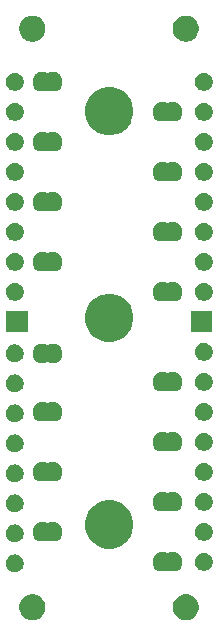
<source format=gbr>
G04 #@! TF.GenerationSoftware,KiCad,Pcbnew,5.1.5-52549c5~84~ubuntu18.04.1*
G04 #@! TF.CreationDate,2020-01-14T19:02:19-08:00*
G04 #@! TF.ProjectId,somos_dielectrode_v1.0,736f6d6f-735f-4646-9965-6c656374726f,rev?*
G04 #@! TF.SameCoordinates,Original*
G04 #@! TF.FileFunction,Soldermask,Top*
G04 #@! TF.FilePolarity,Negative*
%FSLAX46Y46*%
G04 Gerber Fmt 4.6, Leading zero omitted, Abs format (unit mm)*
G04 Created by KiCad (PCBNEW 5.1.5-52549c5~84~ubuntu18.04.1) date 2020-01-14 19:02:19*
%MOMM*%
%LPD*%
G04 APERTURE LIST*
%ADD10C,0.100000*%
G04 APERTURE END LIST*
D10*
G36*
X156714794Y-123420155D02*
G01*
X156821150Y-123441311D01*
X156921334Y-123482809D01*
X157021520Y-123524307D01*
X157201844Y-123644795D01*
X157355205Y-123798156D01*
X157475693Y-123978480D01*
X157558689Y-124178851D01*
X157601000Y-124391560D01*
X157601000Y-124608440D01*
X157558689Y-124821149D01*
X157475693Y-125021520D01*
X157355205Y-125201844D01*
X157201844Y-125355205D01*
X157021520Y-125475693D01*
X156921334Y-125517191D01*
X156821150Y-125558689D01*
X156714795Y-125579844D01*
X156608440Y-125601000D01*
X156391560Y-125601000D01*
X156285205Y-125579844D01*
X156178850Y-125558689D01*
X156078666Y-125517191D01*
X155978480Y-125475693D01*
X155798156Y-125355205D01*
X155644795Y-125201844D01*
X155524307Y-125021520D01*
X155441311Y-124821149D01*
X155399000Y-124608440D01*
X155399000Y-124391560D01*
X155441311Y-124178851D01*
X155524307Y-123978480D01*
X155644795Y-123798156D01*
X155798156Y-123644795D01*
X155978480Y-123524307D01*
X156078666Y-123482809D01*
X156178850Y-123441311D01*
X156285206Y-123420155D01*
X156391560Y-123399000D01*
X156608440Y-123399000D01*
X156714794Y-123420155D01*
G37*
G36*
X143714794Y-123420155D02*
G01*
X143821150Y-123441311D01*
X143921334Y-123482809D01*
X144021520Y-123524307D01*
X144201844Y-123644795D01*
X144355205Y-123798156D01*
X144475693Y-123978480D01*
X144558689Y-124178851D01*
X144601000Y-124391560D01*
X144601000Y-124608440D01*
X144558689Y-124821149D01*
X144475693Y-125021520D01*
X144355205Y-125201844D01*
X144201844Y-125355205D01*
X144021520Y-125475693D01*
X143921334Y-125517191D01*
X143821150Y-125558689D01*
X143714795Y-125579844D01*
X143608440Y-125601000D01*
X143391560Y-125601000D01*
X143285205Y-125579844D01*
X143178850Y-125558689D01*
X143078666Y-125517191D01*
X142978480Y-125475693D01*
X142798156Y-125355205D01*
X142644795Y-125201844D01*
X142524307Y-125021520D01*
X142441311Y-124821149D01*
X142399000Y-124608440D01*
X142399000Y-124391560D01*
X142441311Y-124178851D01*
X142524307Y-123978480D01*
X142644795Y-123798156D01*
X142798156Y-123644795D01*
X142978480Y-123524307D01*
X143078666Y-123482809D01*
X143178850Y-123441311D01*
X143285206Y-123420155D01*
X143391560Y-123399000D01*
X143608440Y-123399000D01*
X143714794Y-123420155D01*
G37*
G36*
X142162279Y-120046566D02*
G01*
X142219059Y-120057860D01*
X142355732Y-120114472D01*
X142478735Y-120196660D01*
X142583340Y-120301265D01*
X142665528Y-120424268D01*
X142722140Y-120560941D01*
X142751000Y-120706033D01*
X142751000Y-120853967D01*
X142722140Y-120999059D01*
X142665528Y-121135732D01*
X142583340Y-121258735D01*
X142478735Y-121363340D01*
X142355732Y-121445528D01*
X142355731Y-121445529D01*
X142355730Y-121445529D01*
X142219059Y-121502140D01*
X142073968Y-121531000D01*
X141926032Y-121531000D01*
X141780941Y-121502140D01*
X141644270Y-121445529D01*
X141644269Y-121445529D01*
X141644268Y-121445528D01*
X141521265Y-121363340D01*
X141416660Y-121258735D01*
X141334472Y-121135732D01*
X141277860Y-120999059D01*
X141249000Y-120853967D01*
X141249000Y-120706033D01*
X141277860Y-120560941D01*
X141334472Y-120424268D01*
X141416660Y-120301265D01*
X141521265Y-120196660D01*
X141644268Y-120114472D01*
X141780941Y-120057860D01*
X141837721Y-120046566D01*
X141926032Y-120029000D01*
X142073968Y-120029000D01*
X142162279Y-120046566D01*
G37*
G36*
X154799999Y-119849737D02*
G01*
X154809608Y-119852652D01*
X154818472Y-119857390D01*
X154826237Y-119863763D01*
X154836448Y-119876206D01*
X154843378Y-119886575D01*
X154860705Y-119903902D01*
X154881080Y-119917515D01*
X154903720Y-119926891D01*
X154927753Y-119931671D01*
X154952257Y-119931670D01*
X154976290Y-119926888D01*
X154998929Y-119917510D01*
X155019302Y-119903895D01*
X155036629Y-119886568D01*
X155043558Y-119876198D01*
X155053763Y-119863763D01*
X155061528Y-119857390D01*
X155070392Y-119852652D01*
X155080001Y-119849737D01*
X155096140Y-119848148D01*
X155583861Y-119848148D01*
X155602199Y-119849954D01*
X155614450Y-119850556D01*
X155632869Y-119850556D01*
X155655149Y-119852750D01*
X155739233Y-119869476D01*
X155760660Y-119875976D01*
X155839858Y-119908780D01*
X155845303Y-119911691D01*
X155845309Y-119911693D01*
X155854169Y-119916429D01*
X155854173Y-119916432D01*
X155859614Y-119919340D01*
X155930899Y-119966971D01*
X155948204Y-119981172D01*
X156008828Y-120041796D01*
X156023029Y-120059101D01*
X156070660Y-120130386D01*
X156073568Y-120135827D01*
X156073571Y-120135831D01*
X156078307Y-120144691D01*
X156078309Y-120144697D01*
X156081220Y-120150142D01*
X156114024Y-120229340D01*
X156120524Y-120250767D01*
X156137250Y-120334851D01*
X156139444Y-120357131D01*
X156139444Y-120375550D01*
X156140046Y-120387801D01*
X156141852Y-120406139D01*
X156141852Y-120893862D01*
X156140046Y-120912199D01*
X156139444Y-120924450D01*
X156139444Y-120942869D01*
X156137250Y-120965149D01*
X156120524Y-121049233D01*
X156114024Y-121070660D01*
X156081220Y-121149858D01*
X156078309Y-121155303D01*
X156078307Y-121155309D01*
X156073571Y-121164169D01*
X156073568Y-121164173D01*
X156070660Y-121169614D01*
X156023029Y-121240899D01*
X156008828Y-121258204D01*
X155948204Y-121318828D01*
X155930899Y-121333029D01*
X155859614Y-121380660D01*
X155854173Y-121383568D01*
X155854169Y-121383571D01*
X155845309Y-121388307D01*
X155845303Y-121388309D01*
X155839858Y-121391220D01*
X155760660Y-121424024D01*
X155739233Y-121430524D01*
X155655149Y-121447250D01*
X155632869Y-121449444D01*
X155614450Y-121449444D01*
X155602199Y-121450046D01*
X155583862Y-121451852D01*
X155096140Y-121451852D01*
X155080001Y-121450263D01*
X155070392Y-121447348D01*
X155061528Y-121442610D01*
X155053763Y-121436237D01*
X155043552Y-121423794D01*
X155036622Y-121413425D01*
X155019295Y-121396098D01*
X154998920Y-121382485D01*
X154976280Y-121373109D01*
X154952247Y-121368329D01*
X154927743Y-121368330D01*
X154903710Y-121373112D01*
X154881071Y-121382490D01*
X154860698Y-121396105D01*
X154843371Y-121413432D01*
X154836442Y-121423802D01*
X154826237Y-121436237D01*
X154818472Y-121442610D01*
X154809608Y-121447348D01*
X154799999Y-121450263D01*
X154783860Y-121451852D01*
X154296138Y-121451852D01*
X154277801Y-121450046D01*
X154265550Y-121449444D01*
X154247131Y-121449444D01*
X154224851Y-121447250D01*
X154140767Y-121430524D01*
X154119340Y-121424024D01*
X154040142Y-121391220D01*
X154034697Y-121388309D01*
X154034691Y-121388307D01*
X154025831Y-121383571D01*
X154025827Y-121383568D01*
X154020386Y-121380660D01*
X153949101Y-121333029D01*
X153931796Y-121318828D01*
X153871172Y-121258204D01*
X153856971Y-121240899D01*
X153809340Y-121169614D01*
X153806432Y-121164173D01*
X153806429Y-121164169D01*
X153801693Y-121155309D01*
X153801691Y-121155303D01*
X153798780Y-121149858D01*
X153765976Y-121070660D01*
X153759476Y-121049233D01*
X153742750Y-120965149D01*
X153740556Y-120942869D01*
X153740556Y-120924450D01*
X153739954Y-120912199D01*
X153738148Y-120893862D01*
X153738148Y-120406139D01*
X153739954Y-120387801D01*
X153740556Y-120375550D01*
X153740556Y-120357131D01*
X153742750Y-120334851D01*
X153759476Y-120250767D01*
X153765976Y-120229340D01*
X153798780Y-120150142D01*
X153801691Y-120144697D01*
X153801693Y-120144691D01*
X153806429Y-120135831D01*
X153806432Y-120135827D01*
X153809340Y-120130386D01*
X153856971Y-120059101D01*
X153871172Y-120041796D01*
X153931796Y-119981172D01*
X153949101Y-119966971D01*
X154020386Y-119919340D01*
X154025827Y-119916432D01*
X154025831Y-119916429D01*
X154034691Y-119911693D01*
X154034697Y-119911691D01*
X154040142Y-119908780D01*
X154119340Y-119875976D01*
X154140767Y-119869476D01*
X154224851Y-119852750D01*
X154247131Y-119850556D01*
X154265550Y-119850556D01*
X154277801Y-119849954D01*
X154296139Y-119848148D01*
X154783860Y-119848148D01*
X154799999Y-119849737D01*
G37*
G36*
X158219059Y-119927860D02*
G01*
X158347766Y-119981172D01*
X158355732Y-119984472D01*
X158478735Y-120066660D01*
X158583340Y-120171265D01*
X158665528Y-120294268D01*
X158665529Y-120294270D01*
X158722140Y-120430941D01*
X158751000Y-120576032D01*
X158751000Y-120723968D01*
X158722140Y-120869059D01*
X158705183Y-120909998D01*
X158665528Y-121005732D01*
X158583340Y-121128735D01*
X158478735Y-121233340D01*
X158355732Y-121315528D01*
X158355731Y-121315529D01*
X158355730Y-121315529D01*
X158219059Y-121372140D01*
X158073968Y-121401000D01*
X157926032Y-121401000D01*
X157780941Y-121372140D01*
X157644270Y-121315529D01*
X157644269Y-121315529D01*
X157644268Y-121315528D01*
X157521265Y-121233340D01*
X157416660Y-121128735D01*
X157334472Y-121005732D01*
X157294818Y-120909998D01*
X157277860Y-120869059D01*
X157249000Y-120723968D01*
X157249000Y-120576032D01*
X157277860Y-120430941D01*
X157334471Y-120294270D01*
X157334472Y-120294268D01*
X157416660Y-120171265D01*
X157521265Y-120066660D01*
X157644268Y-119984472D01*
X157652235Y-119981172D01*
X157780941Y-119927860D01*
X157926032Y-119899000D01*
X158073968Y-119899000D01*
X158219059Y-119927860D01*
G37*
G36*
X150598254Y-115527818D02*
G01*
X150971511Y-115682426D01*
X150971513Y-115682427D01*
X151307436Y-115906884D01*
X151593116Y-116192564D01*
X151765798Y-116451000D01*
X151817574Y-116528489D01*
X151972182Y-116901746D01*
X152051000Y-117297993D01*
X152051000Y-117702007D01*
X151972182Y-118098254D01*
X151819968Y-118465732D01*
X151817573Y-118471513D01*
X151593116Y-118807436D01*
X151307436Y-119093116D01*
X150971513Y-119317573D01*
X150971512Y-119317574D01*
X150971511Y-119317574D01*
X150598254Y-119472182D01*
X150202007Y-119551000D01*
X149797993Y-119551000D01*
X149401746Y-119472182D01*
X149028489Y-119317574D01*
X149028488Y-119317574D01*
X149028487Y-119317573D01*
X148692564Y-119093116D01*
X148406884Y-118807436D01*
X148182427Y-118471513D01*
X148180032Y-118465732D01*
X148027818Y-118098254D01*
X147949000Y-117702007D01*
X147949000Y-117297993D01*
X148027818Y-116901746D01*
X148182426Y-116528489D01*
X148234203Y-116451000D01*
X148406884Y-116192564D01*
X148692564Y-115906884D01*
X149028487Y-115682427D01*
X149028489Y-115682426D01*
X149401746Y-115527818D01*
X149797993Y-115449000D01*
X150202007Y-115449000D01*
X150598254Y-115527818D01*
G37*
G36*
X142162279Y-117506566D02*
G01*
X142219059Y-117517860D01*
X142355732Y-117574472D01*
X142478735Y-117656660D01*
X142583340Y-117761265D01*
X142665528Y-117884268D01*
X142665529Y-117884270D01*
X142722140Y-118020941D01*
X142737519Y-118098255D01*
X142751000Y-118166033D01*
X142751000Y-118313967D01*
X142722140Y-118459059D01*
X142665528Y-118595732D01*
X142583340Y-118718735D01*
X142478735Y-118823340D01*
X142355732Y-118905528D01*
X142355731Y-118905529D01*
X142355730Y-118905529D01*
X142219059Y-118962140D01*
X142073968Y-118991000D01*
X141926032Y-118991000D01*
X141780941Y-118962140D01*
X141644270Y-118905529D01*
X141644269Y-118905529D01*
X141644268Y-118905528D01*
X141521265Y-118823340D01*
X141416660Y-118718735D01*
X141334472Y-118595732D01*
X141277860Y-118459059D01*
X141249000Y-118313967D01*
X141249000Y-118166033D01*
X141262482Y-118098255D01*
X141277860Y-118020941D01*
X141334471Y-117884270D01*
X141334472Y-117884268D01*
X141416660Y-117761265D01*
X141521265Y-117656660D01*
X141644268Y-117574472D01*
X141780941Y-117517860D01*
X141837721Y-117506566D01*
X141926032Y-117489000D01*
X142073968Y-117489000D01*
X142162279Y-117506566D01*
G37*
G36*
X144639999Y-117309737D02*
G01*
X144649608Y-117312652D01*
X144658472Y-117317390D01*
X144666237Y-117323763D01*
X144676448Y-117336206D01*
X144683378Y-117346575D01*
X144700705Y-117363902D01*
X144721080Y-117377515D01*
X144743720Y-117386891D01*
X144767753Y-117391671D01*
X144792257Y-117391670D01*
X144816290Y-117386888D01*
X144838929Y-117377510D01*
X144859302Y-117363895D01*
X144876629Y-117346568D01*
X144883558Y-117336198D01*
X144893763Y-117323763D01*
X144901528Y-117317390D01*
X144910392Y-117312652D01*
X144920001Y-117309737D01*
X144936140Y-117308148D01*
X145423861Y-117308148D01*
X145442199Y-117309954D01*
X145454450Y-117310556D01*
X145472869Y-117310556D01*
X145495149Y-117312750D01*
X145579233Y-117329476D01*
X145600660Y-117335976D01*
X145679858Y-117368780D01*
X145685303Y-117371691D01*
X145685309Y-117371693D01*
X145694169Y-117376429D01*
X145694173Y-117376432D01*
X145699614Y-117379340D01*
X145770899Y-117426971D01*
X145788204Y-117441172D01*
X145848828Y-117501796D01*
X145863029Y-117519101D01*
X145910660Y-117590386D01*
X145913568Y-117595827D01*
X145913571Y-117595831D01*
X145918307Y-117604691D01*
X145918309Y-117604697D01*
X145921220Y-117610142D01*
X145954024Y-117689340D01*
X145960524Y-117710767D01*
X145977250Y-117794851D01*
X145979444Y-117817131D01*
X145979444Y-117835550D01*
X145980046Y-117847801D01*
X145981852Y-117866139D01*
X145981852Y-118353862D01*
X145980046Y-118372199D01*
X145979444Y-118384450D01*
X145979444Y-118402869D01*
X145977250Y-118425149D01*
X145960524Y-118509233D01*
X145954024Y-118530660D01*
X145921220Y-118609858D01*
X145918309Y-118615303D01*
X145918307Y-118615309D01*
X145913571Y-118624169D01*
X145913568Y-118624173D01*
X145910660Y-118629614D01*
X145863029Y-118700899D01*
X145848828Y-118718204D01*
X145788204Y-118778828D01*
X145770899Y-118793029D01*
X145699614Y-118840660D01*
X145694173Y-118843568D01*
X145694169Y-118843571D01*
X145685309Y-118848307D01*
X145685303Y-118848309D01*
X145679858Y-118851220D01*
X145600660Y-118884024D01*
X145579233Y-118890524D01*
X145495149Y-118907250D01*
X145472869Y-118909444D01*
X145454450Y-118909444D01*
X145442199Y-118910046D01*
X145423862Y-118911852D01*
X144936140Y-118911852D01*
X144920001Y-118910263D01*
X144910392Y-118907348D01*
X144901528Y-118902610D01*
X144893763Y-118896237D01*
X144883552Y-118883794D01*
X144876622Y-118873425D01*
X144859295Y-118856098D01*
X144838920Y-118842485D01*
X144816280Y-118833109D01*
X144792247Y-118828329D01*
X144767743Y-118828330D01*
X144743710Y-118833112D01*
X144721071Y-118842490D01*
X144700698Y-118856105D01*
X144683371Y-118873432D01*
X144676442Y-118883802D01*
X144666237Y-118896237D01*
X144658472Y-118902610D01*
X144649608Y-118907348D01*
X144639999Y-118910263D01*
X144623860Y-118911852D01*
X144136138Y-118911852D01*
X144117801Y-118910046D01*
X144105550Y-118909444D01*
X144087131Y-118909444D01*
X144064851Y-118907250D01*
X143980767Y-118890524D01*
X143959340Y-118884024D01*
X143880142Y-118851220D01*
X143874697Y-118848309D01*
X143874691Y-118848307D01*
X143865831Y-118843571D01*
X143865827Y-118843568D01*
X143860386Y-118840660D01*
X143789101Y-118793029D01*
X143771796Y-118778828D01*
X143711172Y-118718204D01*
X143696971Y-118700899D01*
X143649340Y-118629614D01*
X143646432Y-118624173D01*
X143646429Y-118624169D01*
X143641693Y-118615309D01*
X143641691Y-118615303D01*
X143638780Y-118609858D01*
X143605976Y-118530660D01*
X143599476Y-118509233D01*
X143582750Y-118425149D01*
X143580556Y-118402869D01*
X143580556Y-118384450D01*
X143579954Y-118372199D01*
X143578148Y-118353862D01*
X143578148Y-117866139D01*
X143579954Y-117847801D01*
X143580556Y-117835550D01*
X143580556Y-117817131D01*
X143582750Y-117794851D01*
X143599476Y-117710767D01*
X143605976Y-117689340D01*
X143638780Y-117610142D01*
X143641691Y-117604697D01*
X143641693Y-117604691D01*
X143646429Y-117595831D01*
X143646432Y-117595827D01*
X143649340Y-117590386D01*
X143696971Y-117519101D01*
X143711172Y-117501796D01*
X143771796Y-117441172D01*
X143789101Y-117426971D01*
X143860386Y-117379340D01*
X143865827Y-117376432D01*
X143865831Y-117376429D01*
X143874691Y-117371693D01*
X143874697Y-117371691D01*
X143880142Y-117368780D01*
X143959340Y-117335976D01*
X143980767Y-117329476D01*
X144064851Y-117312750D01*
X144087131Y-117310556D01*
X144105550Y-117310556D01*
X144117801Y-117309954D01*
X144136139Y-117308148D01*
X144623860Y-117308148D01*
X144639999Y-117309737D01*
G37*
G36*
X158219059Y-117387860D02*
G01*
X158347766Y-117441172D01*
X158355732Y-117444472D01*
X158478735Y-117526660D01*
X158583340Y-117631265D01*
X158665528Y-117754268D01*
X158665529Y-117754270D01*
X158722140Y-117890941D01*
X158751000Y-118036032D01*
X158751000Y-118183968D01*
X158722140Y-118329059D01*
X158705183Y-118369998D01*
X158665528Y-118465732D01*
X158583340Y-118588735D01*
X158478735Y-118693340D01*
X158355732Y-118775528D01*
X158355731Y-118775529D01*
X158355730Y-118775529D01*
X158219059Y-118832140D01*
X158073968Y-118861000D01*
X157926032Y-118861000D01*
X157780941Y-118832140D01*
X157644270Y-118775529D01*
X157644269Y-118775529D01*
X157644268Y-118775528D01*
X157521265Y-118693340D01*
X157416660Y-118588735D01*
X157334472Y-118465732D01*
X157294818Y-118369998D01*
X157277860Y-118329059D01*
X157249000Y-118183968D01*
X157249000Y-118036032D01*
X157277860Y-117890941D01*
X157334471Y-117754270D01*
X157334472Y-117754268D01*
X157416660Y-117631265D01*
X157521265Y-117526660D01*
X157644268Y-117444472D01*
X157652235Y-117441172D01*
X157780941Y-117387860D01*
X157926032Y-117359000D01*
X158073968Y-117359000D01*
X158219059Y-117387860D01*
G37*
G36*
X142162279Y-114966566D02*
G01*
X142219059Y-114977860D01*
X142355732Y-115034472D01*
X142478735Y-115116660D01*
X142583340Y-115221265D01*
X142665528Y-115344268D01*
X142722140Y-115480941D01*
X142751000Y-115626033D01*
X142751000Y-115773967D01*
X142722140Y-115919059D01*
X142665528Y-116055732D01*
X142583340Y-116178735D01*
X142478735Y-116283340D01*
X142355732Y-116365528D01*
X142355731Y-116365529D01*
X142355730Y-116365529D01*
X142219059Y-116422140D01*
X142073968Y-116451000D01*
X141926032Y-116451000D01*
X141780941Y-116422140D01*
X141644270Y-116365529D01*
X141644269Y-116365529D01*
X141644268Y-116365528D01*
X141521265Y-116283340D01*
X141416660Y-116178735D01*
X141334472Y-116055732D01*
X141277860Y-115919059D01*
X141249000Y-115773967D01*
X141249000Y-115626033D01*
X141277860Y-115480941D01*
X141334472Y-115344268D01*
X141416660Y-115221265D01*
X141521265Y-115116660D01*
X141644268Y-115034472D01*
X141780941Y-114977860D01*
X141837721Y-114966566D01*
X141926032Y-114949000D01*
X142073968Y-114949000D01*
X142162279Y-114966566D01*
G37*
G36*
X154799999Y-114769737D02*
G01*
X154809608Y-114772652D01*
X154818472Y-114777390D01*
X154826237Y-114783763D01*
X154836448Y-114796206D01*
X154843378Y-114806575D01*
X154860705Y-114823902D01*
X154881080Y-114837515D01*
X154903720Y-114846891D01*
X154927753Y-114851671D01*
X154952257Y-114851670D01*
X154976290Y-114846888D01*
X154998929Y-114837510D01*
X155019302Y-114823895D01*
X155036629Y-114806568D01*
X155043558Y-114796198D01*
X155053763Y-114783763D01*
X155061528Y-114777390D01*
X155070392Y-114772652D01*
X155080001Y-114769737D01*
X155096140Y-114768148D01*
X155583861Y-114768148D01*
X155602199Y-114769954D01*
X155614450Y-114770556D01*
X155632869Y-114770556D01*
X155655149Y-114772750D01*
X155739233Y-114789476D01*
X155760660Y-114795976D01*
X155839858Y-114828780D01*
X155845303Y-114831691D01*
X155845309Y-114831693D01*
X155854169Y-114836429D01*
X155854173Y-114836432D01*
X155859614Y-114839340D01*
X155930899Y-114886971D01*
X155948204Y-114901172D01*
X156008828Y-114961796D01*
X156023029Y-114979101D01*
X156070660Y-115050386D01*
X156073568Y-115055827D01*
X156073571Y-115055831D01*
X156078307Y-115064691D01*
X156078309Y-115064697D01*
X156081220Y-115070142D01*
X156114024Y-115149340D01*
X156120524Y-115170767D01*
X156137250Y-115254851D01*
X156139444Y-115277131D01*
X156139444Y-115295550D01*
X156140046Y-115307801D01*
X156141852Y-115326139D01*
X156141852Y-115813862D01*
X156140046Y-115832199D01*
X156139444Y-115844450D01*
X156139444Y-115862869D01*
X156137250Y-115885149D01*
X156120524Y-115969233D01*
X156114024Y-115990660D01*
X156081220Y-116069858D01*
X156078309Y-116075303D01*
X156078307Y-116075309D01*
X156073571Y-116084169D01*
X156073568Y-116084173D01*
X156070660Y-116089614D01*
X156023029Y-116160899D01*
X156008828Y-116178204D01*
X155948204Y-116238828D01*
X155930899Y-116253029D01*
X155859614Y-116300660D01*
X155854173Y-116303568D01*
X155854169Y-116303571D01*
X155845309Y-116308307D01*
X155845303Y-116308309D01*
X155839858Y-116311220D01*
X155760660Y-116344024D01*
X155739233Y-116350524D01*
X155655149Y-116367250D01*
X155632869Y-116369444D01*
X155614450Y-116369444D01*
X155602199Y-116370046D01*
X155583862Y-116371852D01*
X155096140Y-116371852D01*
X155080001Y-116370263D01*
X155070392Y-116367348D01*
X155061528Y-116362610D01*
X155053763Y-116356237D01*
X155043552Y-116343794D01*
X155036622Y-116333425D01*
X155019295Y-116316098D01*
X154998920Y-116302485D01*
X154976280Y-116293109D01*
X154952247Y-116288329D01*
X154927743Y-116288330D01*
X154903710Y-116293112D01*
X154881071Y-116302490D01*
X154860698Y-116316105D01*
X154843371Y-116333432D01*
X154836442Y-116343802D01*
X154826237Y-116356237D01*
X154818472Y-116362610D01*
X154809608Y-116367348D01*
X154799999Y-116370263D01*
X154783860Y-116371852D01*
X154296138Y-116371852D01*
X154277801Y-116370046D01*
X154265550Y-116369444D01*
X154247131Y-116369444D01*
X154224851Y-116367250D01*
X154140767Y-116350524D01*
X154119340Y-116344024D01*
X154040142Y-116311220D01*
X154034697Y-116308309D01*
X154034691Y-116308307D01*
X154025831Y-116303571D01*
X154025827Y-116303568D01*
X154020386Y-116300660D01*
X153949101Y-116253029D01*
X153931796Y-116238828D01*
X153871172Y-116178204D01*
X153856971Y-116160899D01*
X153809340Y-116089614D01*
X153806432Y-116084173D01*
X153806429Y-116084169D01*
X153801693Y-116075309D01*
X153801691Y-116075303D01*
X153798780Y-116069858D01*
X153765976Y-115990660D01*
X153759476Y-115969233D01*
X153742750Y-115885149D01*
X153740556Y-115862869D01*
X153740556Y-115844450D01*
X153739954Y-115832199D01*
X153738148Y-115813862D01*
X153738148Y-115326139D01*
X153739954Y-115307801D01*
X153740556Y-115295550D01*
X153740556Y-115277131D01*
X153742750Y-115254851D01*
X153759476Y-115170767D01*
X153765976Y-115149340D01*
X153798780Y-115070142D01*
X153801691Y-115064697D01*
X153801693Y-115064691D01*
X153806429Y-115055831D01*
X153806432Y-115055827D01*
X153809340Y-115050386D01*
X153856971Y-114979101D01*
X153871172Y-114961796D01*
X153931796Y-114901172D01*
X153949101Y-114886971D01*
X154020386Y-114839340D01*
X154025827Y-114836432D01*
X154025831Y-114836429D01*
X154034691Y-114831693D01*
X154034697Y-114831691D01*
X154040142Y-114828780D01*
X154119340Y-114795976D01*
X154140767Y-114789476D01*
X154224851Y-114772750D01*
X154247131Y-114770556D01*
X154265550Y-114770556D01*
X154277801Y-114769954D01*
X154296139Y-114768148D01*
X154783860Y-114768148D01*
X154799999Y-114769737D01*
G37*
G36*
X158219059Y-114847860D02*
G01*
X158347766Y-114901172D01*
X158355732Y-114904472D01*
X158478735Y-114986660D01*
X158583340Y-115091265D01*
X158665528Y-115214268D01*
X158665529Y-115214270D01*
X158722140Y-115350941D01*
X158751000Y-115496032D01*
X158751000Y-115643968D01*
X158722140Y-115789059D01*
X158705183Y-115829998D01*
X158665528Y-115925732D01*
X158583340Y-116048735D01*
X158478735Y-116153340D01*
X158355732Y-116235528D01*
X158355731Y-116235529D01*
X158355730Y-116235529D01*
X158219059Y-116292140D01*
X158073968Y-116321000D01*
X157926032Y-116321000D01*
X157780941Y-116292140D01*
X157644270Y-116235529D01*
X157644269Y-116235529D01*
X157644268Y-116235528D01*
X157521265Y-116153340D01*
X157416660Y-116048735D01*
X157334472Y-115925732D01*
X157294818Y-115829998D01*
X157277860Y-115789059D01*
X157249000Y-115643968D01*
X157249000Y-115496032D01*
X157277860Y-115350941D01*
X157334471Y-115214270D01*
X157334472Y-115214268D01*
X157416660Y-115091265D01*
X157521265Y-114986660D01*
X157644268Y-114904472D01*
X157652235Y-114901172D01*
X157780941Y-114847860D01*
X157926032Y-114819000D01*
X158073968Y-114819000D01*
X158219059Y-114847860D01*
G37*
G36*
X142162279Y-112426566D02*
G01*
X142219059Y-112437860D01*
X142355732Y-112494472D01*
X142478735Y-112576660D01*
X142583340Y-112681265D01*
X142665528Y-112804268D01*
X142722140Y-112940941D01*
X142751000Y-113086033D01*
X142751000Y-113233967D01*
X142722140Y-113379059D01*
X142665528Y-113515732D01*
X142583340Y-113638735D01*
X142478735Y-113743340D01*
X142355732Y-113825528D01*
X142355731Y-113825529D01*
X142355730Y-113825529D01*
X142219059Y-113882140D01*
X142073968Y-113911000D01*
X141926032Y-113911000D01*
X141780941Y-113882140D01*
X141644270Y-113825529D01*
X141644269Y-113825529D01*
X141644268Y-113825528D01*
X141521265Y-113743340D01*
X141416660Y-113638735D01*
X141334472Y-113515732D01*
X141277860Y-113379059D01*
X141249000Y-113233967D01*
X141249000Y-113086033D01*
X141277860Y-112940941D01*
X141334472Y-112804268D01*
X141416660Y-112681265D01*
X141521265Y-112576660D01*
X141644268Y-112494472D01*
X141780941Y-112437860D01*
X141837721Y-112426566D01*
X141926032Y-112409000D01*
X142073968Y-112409000D01*
X142162279Y-112426566D01*
G37*
G36*
X144639999Y-112229737D02*
G01*
X144649608Y-112232652D01*
X144658472Y-112237390D01*
X144666237Y-112243763D01*
X144676448Y-112256206D01*
X144683378Y-112266575D01*
X144700705Y-112283902D01*
X144721080Y-112297515D01*
X144743720Y-112306891D01*
X144767753Y-112311671D01*
X144792257Y-112311670D01*
X144816290Y-112306888D01*
X144838929Y-112297510D01*
X144859302Y-112283895D01*
X144876629Y-112266568D01*
X144883558Y-112256198D01*
X144893763Y-112243763D01*
X144901528Y-112237390D01*
X144910392Y-112232652D01*
X144920001Y-112229737D01*
X144936140Y-112228148D01*
X145423861Y-112228148D01*
X145442199Y-112229954D01*
X145454450Y-112230556D01*
X145472869Y-112230556D01*
X145495149Y-112232750D01*
X145579233Y-112249476D01*
X145600660Y-112255976D01*
X145679858Y-112288780D01*
X145685303Y-112291691D01*
X145685309Y-112291693D01*
X145694169Y-112296429D01*
X145694173Y-112296432D01*
X145699614Y-112299340D01*
X145770899Y-112346971D01*
X145788204Y-112361172D01*
X145848828Y-112421796D01*
X145863029Y-112439101D01*
X145910660Y-112510386D01*
X145913568Y-112515827D01*
X145913571Y-112515831D01*
X145918307Y-112524691D01*
X145918309Y-112524697D01*
X145921220Y-112530142D01*
X145954024Y-112609340D01*
X145960524Y-112630767D01*
X145977250Y-112714851D01*
X145979444Y-112737131D01*
X145979444Y-112755550D01*
X145980046Y-112767801D01*
X145981852Y-112786139D01*
X145981852Y-113273862D01*
X145980046Y-113292199D01*
X145979444Y-113304450D01*
X145979444Y-113322869D01*
X145977250Y-113345149D01*
X145960524Y-113429233D01*
X145954024Y-113450660D01*
X145921220Y-113529858D01*
X145918309Y-113535303D01*
X145918307Y-113535309D01*
X145913571Y-113544169D01*
X145913568Y-113544173D01*
X145910660Y-113549614D01*
X145863029Y-113620899D01*
X145848828Y-113638204D01*
X145788204Y-113698828D01*
X145770899Y-113713029D01*
X145699614Y-113760660D01*
X145694173Y-113763568D01*
X145694169Y-113763571D01*
X145685309Y-113768307D01*
X145685303Y-113768309D01*
X145679858Y-113771220D01*
X145600660Y-113804024D01*
X145579233Y-113810524D01*
X145495149Y-113827250D01*
X145472869Y-113829444D01*
X145454450Y-113829444D01*
X145442199Y-113830046D01*
X145423862Y-113831852D01*
X144936140Y-113831852D01*
X144920001Y-113830263D01*
X144910392Y-113827348D01*
X144901528Y-113822610D01*
X144893763Y-113816237D01*
X144883552Y-113803794D01*
X144876622Y-113793425D01*
X144859295Y-113776098D01*
X144838920Y-113762485D01*
X144816280Y-113753109D01*
X144792247Y-113748329D01*
X144767743Y-113748330D01*
X144743710Y-113753112D01*
X144721071Y-113762490D01*
X144700698Y-113776105D01*
X144683371Y-113793432D01*
X144676442Y-113803802D01*
X144666237Y-113816237D01*
X144658472Y-113822610D01*
X144649608Y-113827348D01*
X144639999Y-113830263D01*
X144623860Y-113831852D01*
X144136138Y-113831852D01*
X144117801Y-113830046D01*
X144105550Y-113829444D01*
X144087131Y-113829444D01*
X144064851Y-113827250D01*
X143980767Y-113810524D01*
X143959340Y-113804024D01*
X143880142Y-113771220D01*
X143874697Y-113768309D01*
X143874691Y-113768307D01*
X143865831Y-113763571D01*
X143865827Y-113763568D01*
X143860386Y-113760660D01*
X143789101Y-113713029D01*
X143771796Y-113698828D01*
X143711172Y-113638204D01*
X143696971Y-113620899D01*
X143649340Y-113549614D01*
X143646432Y-113544173D01*
X143646429Y-113544169D01*
X143641693Y-113535309D01*
X143641691Y-113535303D01*
X143638780Y-113529858D01*
X143605976Y-113450660D01*
X143599476Y-113429233D01*
X143582750Y-113345149D01*
X143580556Y-113322869D01*
X143580556Y-113304450D01*
X143579954Y-113292199D01*
X143578148Y-113273862D01*
X143578148Y-112786139D01*
X143579954Y-112767801D01*
X143580556Y-112755550D01*
X143580556Y-112737131D01*
X143582750Y-112714851D01*
X143599476Y-112630767D01*
X143605976Y-112609340D01*
X143638780Y-112530142D01*
X143641691Y-112524697D01*
X143641693Y-112524691D01*
X143646429Y-112515831D01*
X143646432Y-112515827D01*
X143649340Y-112510386D01*
X143696971Y-112439101D01*
X143711172Y-112421796D01*
X143771796Y-112361172D01*
X143789101Y-112346971D01*
X143860386Y-112299340D01*
X143865827Y-112296432D01*
X143865831Y-112296429D01*
X143874691Y-112291693D01*
X143874697Y-112291691D01*
X143880142Y-112288780D01*
X143959340Y-112255976D01*
X143980767Y-112249476D01*
X144064851Y-112232750D01*
X144087131Y-112230556D01*
X144105550Y-112230556D01*
X144117801Y-112229954D01*
X144136139Y-112228148D01*
X144623860Y-112228148D01*
X144639999Y-112229737D01*
G37*
G36*
X158219059Y-112307860D02*
G01*
X158347766Y-112361172D01*
X158355732Y-112364472D01*
X158478735Y-112446660D01*
X158583340Y-112551265D01*
X158665528Y-112674268D01*
X158665529Y-112674270D01*
X158722140Y-112810941D01*
X158751000Y-112956032D01*
X158751000Y-113103968D01*
X158722140Y-113249059D01*
X158705183Y-113289998D01*
X158665528Y-113385732D01*
X158583340Y-113508735D01*
X158478735Y-113613340D01*
X158355732Y-113695528D01*
X158355731Y-113695529D01*
X158355730Y-113695529D01*
X158219059Y-113752140D01*
X158073968Y-113781000D01*
X157926032Y-113781000D01*
X157780941Y-113752140D01*
X157644270Y-113695529D01*
X157644269Y-113695529D01*
X157644268Y-113695528D01*
X157521265Y-113613340D01*
X157416660Y-113508735D01*
X157334472Y-113385732D01*
X157294818Y-113289998D01*
X157277860Y-113249059D01*
X157249000Y-113103968D01*
X157249000Y-112956032D01*
X157277860Y-112810941D01*
X157334471Y-112674270D01*
X157334472Y-112674268D01*
X157416660Y-112551265D01*
X157521265Y-112446660D01*
X157644268Y-112364472D01*
X157652235Y-112361172D01*
X157780941Y-112307860D01*
X157926032Y-112279000D01*
X158073968Y-112279000D01*
X158219059Y-112307860D01*
G37*
G36*
X142162279Y-109886566D02*
G01*
X142219059Y-109897860D01*
X142355732Y-109954472D01*
X142478735Y-110036660D01*
X142583340Y-110141265D01*
X142665528Y-110264268D01*
X142722140Y-110400941D01*
X142751000Y-110546033D01*
X142751000Y-110693967D01*
X142722140Y-110839059D01*
X142665528Y-110975732D01*
X142583340Y-111098735D01*
X142478735Y-111203340D01*
X142355732Y-111285528D01*
X142355731Y-111285529D01*
X142355730Y-111285529D01*
X142219059Y-111342140D01*
X142073968Y-111371000D01*
X141926032Y-111371000D01*
X141780941Y-111342140D01*
X141644270Y-111285529D01*
X141644269Y-111285529D01*
X141644268Y-111285528D01*
X141521265Y-111203340D01*
X141416660Y-111098735D01*
X141334472Y-110975732D01*
X141277860Y-110839059D01*
X141249000Y-110693967D01*
X141249000Y-110546033D01*
X141277860Y-110400941D01*
X141334472Y-110264268D01*
X141416660Y-110141265D01*
X141521265Y-110036660D01*
X141644268Y-109954472D01*
X141780941Y-109897860D01*
X141837721Y-109886566D01*
X141926032Y-109869000D01*
X142073968Y-109869000D01*
X142162279Y-109886566D01*
G37*
G36*
X154799999Y-109689737D02*
G01*
X154809608Y-109692652D01*
X154818472Y-109697390D01*
X154826237Y-109703763D01*
X154836448Y-109716206D01*
X154843378Y-109726575D01*
X154860705Y-109743902D01*
X154881080Y-109757515D01*
X154903720Y-109766891D01*
X154927753Y-109771671D01*
X154952257Y-109771670D01*
X154976290Y-109766888D01*
X154998929Y-109757510D01*
X155019302Y-109743895D01*
X155036629Y-109726568D01*
X155043558Y-109716198D01*
X155053763Y-109703763D01*
X155061528Y-109697390D01*
X155070392Y-109692652D01*
X155080001Y-109689737D01*
X155096140Y-109688148D01*
X155583861Y-109688148D01*
X155602199Y-109689954D01*
X155614450Y-109690556D01*
X155632869Y-109690556D01*
X155655149Y-109692750D01*
X155739233Y-109709476D01*
X155760660Y-109715976D01*
X155839858Y-109748780D01*
X155845303Y-109751691D01*
X155845309Y-109751693D01*
X155854169Y-109756429D01*
X155854173Y-109756432D01*
X155859614Y-109759340D01*
X155930899Y-109806971D01*
X155948204Y-109821172D01*
X156008828Y-109881796D01*
X156023029Y-109899101D01*
X156070660Y-109970386D01*
X156073568Y-109975827D01*
X156073571Y-109975831D01*
X156078307Y-109984691D01*
X156078309Y-109984697D01*
X156081220Y-109990142D01*
X156114024Y-110069340D01*
X156120524Y-110090767D01*
X156137250Y-110174851D01*
X156139444Y-110197131D01*
X156139444Y-110215550D01*
X156140046Y-110227801D01*
X156141852Y-110246139D01*
X156141852Y-110733862D01*
X156140046Y-110752199D01*
X156139444Y-110764450D01*
X156139444Y-110782869D01*
X156137250Y-110805149D01*
X156120524Y-110889233D01*
X156114024Y-110910660D01*
X156081220Y-110989858D01*
X156078309Y-110995303D01*
X156078307Y-110995309D01*
X156073571Y-111004169D01*
X156073568Y-111004173D01*
X156070660Y-111009614D01*
X156023029Y-111080899D01*
X156008828Y-111098204D01*
X155948204Y-111158828D01*
X155930899Y-111173029D01*
X155859614Y-111220660D01*
X155854173Y-111223568D01*
X155854169Y-111223571D01*
X155845309Y-111228307D01*
X155845303Y-111228309D01*
X155839858Y-111231220D01*
X155760660Y-111264024D01*
X155739233Y-111270524D01*
X155655149Y-111287250D01*
X155632869Y-111289444D01*
X155614450Y-111289444D01*
X155602199Y-111290046D01*
X155583862Y-111291852D01*
X155096140Y-111291852D01*
X155080001Y-111290263D01*
X155070392Y-111287348D01*
X155061528Y-111282610D01*
X155053763Y-111276237D01*
X155043552Y-111263794D01*
X155036622Y-111253425D01*
X155019295Y-111236098D01*
X154998920Y-111222485D01*
X154976280Y-111213109D01*
X154952247Y-111208329D01*
X154927743Y-111208330D01*
X154903710Y-111213112D01*
X154881071Y-111222490D01*
X154860698Y-111236105D01*
X154843371Y-111253432D01*
X154836442Y-111263802D01*
X154826237Y-111276237D01*
X154818472Y-111282610D01*
X154809608Y-111287348D01*
X154799999Y-111290263D01*
X154783860Y-111291852D01*
X154296138Y-111291852D01*
X154277801Y-111290046D01*
X154265550Y-111289444D01*
X154247131Y-111289444D01*
X154224851Y-111287250D01*
X154140767Y-111270524D01*
X154119340Y-111264024D01*
X154040142Y-111231220D01*
X154034697Y-111228309D01*
X154034691Y-111228307D01*
X154025831Y-111223571D01*
X154025827Y-111223568D01*
X154020386Y-111220660D01*
X153949101Y-111173029D01*
X153931796Y-111158828D01*
X153871172Y-111098204D01*
X153856971Y-111080899D01*
X153809340Y-111009614D01*
X153806432Y-111004173D01*
X153806429Y-111004169D01*
X153801693Y-110995309D01*
X153801691Y-110995303D01*
X153798780Y-110989858D01*
X153765976Y-110910660D01*
X153759476Y-110889233D01*
X153742750Y-110805149D01*
X153740556Y-110782869D01*
X153740556Y-110764450D01*
X153739954Y-110752199D01*
X153738148Y-110733862D01*
X153738148Y-110246139D01*
X153739954Y-110227801D01*
X153740556Y-110215550D01*
X153740556Y-110197131D01*
X153742750Y-110174851D01*
X153759476Y-110090767D01*
X153765976Y-110069340D01*
X153798780Y-109990142D01*
X153801691Y-109984697D01*
X153801693Y-109984691D01*
X153806429Y-109975831D01*
X153806432Y-109975827D01*
X153809340Y-109970386D01*
X153856971Y-109899101D01*
X153871172Y-109881796D01*
X153931796Y-109821172D01*
X153949101Y-109806971D01*
X154020386Y-109759340D01*
X154025827Y-109756432D01*
X154025831Y-109756429D01*
X154034691Y-109751693D01*
X154034697Y-109751691D01*
X154040142Y-109748780D01*
X154119340Y-109715976D01*
X154140767Y-109709476D01*
X154224851Y-109692750D01*
X154247131Y-109690556D01*
X154265550Y-109690556D01*
X154277801Y-109689954D01*
X154296139Y-109688148D01*
X154783860Y-109688148D01*
X154799999Y-109689737D01*
G37*
G36*
X158219059Y-109767860D02*
G01*
X158347766Y-109821172D01*
X158355732Y-109824472D01*
X158478735Y-109906660D01*
X158583340Y-110011265D01*
X158665528Y-110134268D01*
X158665529Y-110134270D01*
X158722140Y-110270941D01*
X158751000Y-110416032D01*
X158751000Y-110563968D01*
X158722140Y-110709059D01*
X158705183Y-110749998D01*
X158665528Y-110845732D01*
X158583340Y-110968735D01*
X158478735Y-111073340D01*
X158355732Y-111155528D01*
X158355731Y-111155529D01*
X158355730Y-111155529D01*
X158219059Y-111212140D01*
X158073968Y-111241000D01*
X157926032Y-111241000D01*
X157780941Y-111212140D01*
X157644270Y-111155529D01*
X157644269Y-111155529D01*
X157644268Y-111155528D01*
X157521265Y-111073340D01*
X157416660Y-110968735D01*
X157334472Y-110845732D01*
X157294818Y-110749998D01*
X157277860Y-110709059D01*
X157249000Y-110563968D01*
X157249000Y-110416032D01*
X157277860Y-110270941D01*
X157334471Y-110134270D01*
X157334472Y-110134268D01*
X157416660Y-110011265D01*
X157521265Y-109906660D01*
X157644268Y-109824472D01*
X157652235Y-109821172D01*
X157780941Y-109767860D01*
X157926032Y-109739000D01*
X158073968Y-109739000D01*
X158219059Y-109767860D01*
G37*
G36*
X142162279Y-107346566D02*
G01*
X142219059Y-107357860D01*
X142355732Y-107414472D01*
X142478735Y-107496660D01*
X142583340Y-107601265D01*
X142665528Y-107724268D01*
X142722140Y-107860941D01*
X142751000Y-108006033D01*
X142751000Y-108153967D01*
X142722140Y-108299059D01*
X142665528Y-108435732D01*
X142583340Y-108558735D01*
X142478735Y-108663340D01*
X142355732Y-108745528D01*
X142355731Y-108745529D01*
X142355730Y-108745529D01*
X142219059Y-108802140D01*
X142073968Y-108831000D01*
X141926032Y-108831000D01*
X141780941Y-108802140D01*
X141644270Y-108745529D01*
X141644269Y-108745529D01*
X141644268Y-108745528D01*
X141521265Y-108663340D01*
X141416660Y-108558735D01*
X141334472Y-108435732D01*
X141277860Y-108299059D01*
X141249000Y-108153967D01*
X141249000Y-108006033D01*
X141277860Y-107860941D01*
X141334472Y-107724268D01*
X141416660Y-107601265D01*
X141521265Y-107496660D01*
X141644268Y-107414472D01*
X141780941Y-107357860D01*
X141837721Y-107346566D01*
X141926032Y-107329000D01*
X142073968Y-107329000D01*
X142162279Y-107346566D01*
G37*
G36*
X144639999Y-107149737D02*
G01*
X144649608Y-107152652D01*
X144658472Y-107157390D01*
X144666237Y-107163763D01*
X144676448Y-107176206D01*
X144683378Y-107186575D01*
X144700705Y-107203902D01*
X144721080Y-107217515D01*
X144743720Y-107226891D01*
X144767753Y-107231671D01*
X144792257Y-107231670D01*
X144816290Y-107226888D01*
X144838929Y-107217510D01*
X144859302Y-107203895D01*
X144876629Y-107186568D01*
X144883558Y-107176198D01*
X144893763Y-107163763D01*
X144901528Y-107157390D01*
X144910392Y-107152652D01*
X144920001Y-107149737D01*
X144936140Y-107148148D01*
X145423861Y-107148148D01*
X145442199Y-107149954D01*
X145454450Y-107150556D01*
X145472869Y-107150556D01*
X145495149Y-107152750D01*
X145579233Y-107169476D01*
X145600660Y-107175976D01*
X145679858Y-107208780D01*
X145685303Y-107211691D01*
X145685309Y-107211693D01*
X145694169Y-107216429D01*
X145694173Y-107216432D01*
X145699614Y-107219340D01*
X145770899Y-107266971D01*
X145788204Y-107281172D01*
X145848828Y-107341796D01*
X145863029Y-107359101D01*
X145910660Y-107430386D01*
X145913568Y-107435827D01*
X145913571Y-107435831D01*
X145918307Y-107444691D01*
X145918309Y-107444697D01*
X145921220Y-107450142D01*
X145954024Y-107529340D01*
X145960524Y-107550767D01*
X145977250Y-107634851D01*
X145979444Y-107657131D01*
X145979444Y-107675550D01*
X145980046Y-107687801D01*
X145981852Y-107706139D01*
X145981852Y-108193862D01*
X145980046Y-108212199D01*
X145979444Y-108224450D01*
X145979444Y-108242869D01*
X145977250Y-108265149D01*
X145960524Y-108349233D01*
X145954024Y-108370660D01*
X145921220Y-108449858D01*
X145918309Y-108455303D01*
X145918307Y-108455309D01*
X145913571Y-108464169D01*
X145913568Y-108464173D01*
X145910660Y-108469614D01*
X145863029Y-108540899D01*
X145848828Y-108558204D01*
X145788204Y-108618828D01*
X145770899Y-108633029D01*
X145699614Y-108680660D01*
X145694173Y-108683568D01*
X145694169Y-108683571D01*
X145685309Y-108688307D01*
X145685303Y-108688309D01*
X145679858Y-108691220D01*
X145600660Y-108724024D01*
X145579233Y-108730524D01*
X145495149Y-108747250D01*
X145472869Y-108749444D01*
X145454450Y-108749444D01*
X145442199Y-108750046D01*
X145423862Y-108751852D01*
X144936140Y-108751852D01*
X144920001Y-108750263D01*
X144910392Y-108747348D01*
X144901528Y-108742610D01*
X144893763Y-108736237D01*
X144883552Y-108723794D01*
X144876622Y-108713425D01*
X144859295Y-108696098D01*
X144838920Y-108682485D01*
X144816280Y-108673109D01*
X144792247Y-108668329D01*
X144767743Y-108668330D01*
X144743710Y-108673112D01*
X144721071Y-108682490D01*
X144700698Y-108696105D01*
X144683371Y-108713432D01*
X144676442Y-108723802D01*
X144666237Y-108736237D01*
X144658472Y-108742610D01*
X144649608Y-108747348D01*
X144639999Y-108750263D01*
X144623860Y-108751852D01*
X144136138Y-108751852D01*
X144117801Y-108750046D01*
X144105550Y-108749444D01*
X144087131Y-108749444D01*
X144064851Y-108747250D01*
X143980767Y-108730524D01*
X143959340Y-108724024D01*
X143880142Y-108691220D01*
X143874697Y-108688309D01*
X143874691Y-108688307D01*
X143865831Y-108683571D01*
X143865827Y-108683568D01*
X143860386Y-108680660D01*
X143789101Y-108633029D01*
X143771796Y-108618828D01*
X143711172Y-108558204D01*
X143696971Y-108540899D01*
X143649340Y-108469614D01*
X143646432Y-108464173D01*
X143646429Y-108464169D01*
X143641693Y-108455309D01*
X143641691Y-108455303D01*
X143638780Y-108449858D01*
X143605976Y-108370660D01*
X143599476Y-108349233D01*
X143582750Y-108265149D01*
X143580556Y-108242869D01*
X143580556Y-108224450D01*
X143579954Y-108212199D01*
X143578148Y-108193862D01*
X143578148Y-107706139D01*
X143579954Y-107687801D01*
X143580556Y-107675550D01*
X143580556Y-107657131D01*
X143582750Y-107634851D01*
X143599476Y-107550767D01*
X143605976Y-107529340D01*
X143638780Y-107450142D01*
X143641691Y-107444697D01*
X143641693Y-107444691D01*
X143646429Y-107435831D01*
X143646432Y-107435827D01*
X143649340Y-107430386D01*
X143696971Y-107359101D01*
X143711172Y-107341796D01*
X143771796Y-107281172D01*
X143789101Y-107266971D01*
X143860386Y-107219340D01*
X143865827Y-107216432D01*
X143865831Y-107216429D01*
X143874691Y-107211693D01*
X143874697Y-107211691D01*
X143880142Y-107208780D01*
X143959340Y-107175976D01*
X143980767Y-107169476D01*
X144064851Y-107152750D01*
X144087131Y-107150556D01*
X144105550Y-107150556D01*
X144117801Y-107149954D01*
X144136139Y-107148148D01*
X144623860Y-107148148D01*
X144639999Y-107149737D01*
G37*
G36*
X158219059Y-107227860D02*
G01*
X158347766Y-107281172D01*
X158355732Y-107284472D01*
X158478735Y-107366660D01*
X158583340Y-107471265D01*
X158665528Y-107594268D01*
X158665529Y-107594270D01*
X158722140Y-107730941D01*
X158751000Y-107876032D01*
X158751000Y-108023968D01*
X158722140Y-108169059D01*
X158705183Y-108209998D01*
X158665528Y-108305732D01*
X158583340Y-108428735D01*
X158478735Y-108533340D01*
X158355732Y-108615528D01*
X158355731Y-108615529D01*
X158355730Y-108615529D01*
X158219059Y-108672140D01*
X158073968Y-108701000D01*
X157926032Y-108701000D01*
X157780941Y-108672140D01*
X157644270Y-108615529D01*
X157644269Y-108615529D01*
X157644268Y-108615528D01*
X157521265Y-108533340D01*
X157416660Y-108428735D01*
X157334472Y-108305732D01*
X157294818Y-108209998D01*
X157277860Y-108169059D01*
X157249000Y-108023968D01*
X157249000Y-107876032D01*
X157277860Y-107730941D01*
X157334471Y-107594270D01*
X157334472Y-107594268D01*
X157416660Y-107471265D01*
X157521265Y-107366660D01*
X157644268Y-107284472D01*
X157652235Y-107281172D01*
X157780941Y-107227860D01*
X157926032Y-107199000D01*
X158073968Y-107199000D01*
X158219059Y-107227860D01*
G37*
G36*
X142162279Y-104806566D02*
G01*
X142219059Y-104817860D01*
X142355732Y-104874472D01*
X142478735Y-104956660D01*
X142583340Y-105061265D01*
X142665528Y-105184268D01*
X142722140Y-105320941D01*
X142751000Y-105466033D01*
X142751000Y-105613967D01*
X142722140Y-105759059D01*
X142665528Y-105895732D01*
X142583340Y-106018735D01*
X142478735Y-106123340D01*
X142355732Y-106205528D01*
X142355731Y-106205529D01*
X142355730Y-106205529D01*
X142219059Y-106262140D01*
X142073968Y-106291000D01*
X141926032Y-106291000D01*
X141780941Y-106262140D01*
X141644270Y-106205529D01*
X141644269Y-106205529D01*
X141644268Y-106205528D01*
X141521265Y-106123340D01*
X141416660Y-106018735D01*
X141334472Y-105895732D01*
X141277860Y-105759059D01*
X141249000Y-105613967D01*
X141249000Y-105466033D01*
X141277860Y-105320941D01*
X141334472Y-105184268D01*
X141416660Y-105061265D01*
X141521265Y-104956660D01*
X141644268Y-104874472D01*
X141780941Y-104817860D01*
X141837721Y-104806566D01*
X141926032Y-104789000D01*
X142073968Y-104789000D01*
X142162279Y-104806566D01*
G37*
G36*
X154799999Y-104609737D02*
G01*
X154809608Y-104612652D01*
X154818472Y-104617390D01*
X154826237Y-104623763D01*
X154836448Y-104636206D01*
X154843378Y-104646575D01*
X154860705Y-104663902D01*
X154881080Y-104677515D01*
X154903720Y-104686891D01*
X154927753Y-104691671D01*
X154952257Y-104691670D01*
X154976290Y-104686888D01*
X154998929Y-104677510D01*
X155019302Y-104663895D01*
X155036629Y-104646568D01*
X155043558Y-104636198D01*
X155053763Y-104623763D01*
X155061528Y-104617390D01*
X155070392Y-104612652D01*
X155080001Y-104609737D01*
X155096140Y-104608148D01*
X155583861Y-104608148D01*
X155602199Y-104609954D01*
X155614450Y-104610556D01*
X155632869Y-104610556D01*
X155655149Y-104612750D01*
X155739233Y-104629476D01*
X155760660Y-104635976D01*
X155839858Y-104668780D01*
X155845303Y-104671691D01*
X155845309Y-104671693D01*
X155854169Y-104676429D01*
X155854173Y-104676432D01*
X155859614Y-104679340D01*
X155930899Y-104726971D01*
X155948204Y-104741172D01*
X156008828Y-104801796D01*
X156023029Y-104819101D01*
X156070660Y-104890386D01*
X156073568Y-104895827D01*
X156073571Y-104895831D01*
X156078307Y-104904691D01*
X156078309Y-104904697D01*
X156081220Y-104910142D01*
X156114024Y-104989340D01*
X156120524Y-105010767D01*
X156137250Y-105094851D01*
X156139444Y-105117131D01*
X156139444Y-105135550D01*
X156140046Y-105147801D01*
X156141852Y-105166139D01*
X156141852Y-105653862D01*
X156140046Y-105672199D01*
X156139444Y-105684450D01*
X156139444Y-105702869D01*
X156137250Y-105725149D01*
X156120524Y-105809233D01*
X156114024Y-105830660D01*
X156081220Y-105909858D01*
X156078309Y-105915303D01*
X156078307Y-105915309D01*
X156073571Y-105924169D01*
X156073568Y-105924173D01*
X156070660Y-105929614D01*
X156023029Y-106000899D01*
X156008828Y-106018204D01*
X155948204Y-106078828D01*
X155930899Y-106093029D01*
X155859614Y-106140660D01*
X155854173Y-106143568D01*
X155854169Y-106143571D01*
X155845309Y-106148307D01*
X155845303Y-106148309D01*
X155839858Y-106151220D01*
X155760660Y-106184024D01*
X155739233Y-106190524D01*
X155655149Y-106207250D01*
X155632869Y-106209444D01*
X155614450Y-106209444D01*
X155602199Y-106210046D01*
X155583862Y-106211852D01*
X155096140Y-106211852D01*
X155080001Y-106210263D01*
X155070392Y-106207348D01*
X155061528Y-106202610D01*
X155053763Y-106196237D01*
X155043552Y-106183794D01*
X155036622Y-106173425D01*
X155019295Y-106156098D01*
X154998920Y-106142485D01*
X154976280Y-106133109D01*
X154952247Y-106128329D01*
X154927743Y-106128330D01*
X154903710Y-106133112D01*
X154881071Y-106142490D01*
X154860698Y-106156105D01*
X154843371Y-106173432D01*
X154836442Y-106183802D01*
X154826237Y-106196237D01*
X154818472Y-106202610D01*
X154809608Y-106207348D01*
X154799999Y-106210263D01*
X154783860Y-106211852D01*
X154296138Y-106211852D01*
X154277801Y-106210046D01*
X154265550Y-106209444D01*
X154247131Y-106209444D01*
X154224851Y-106207250D01*
X154140767Y-106190524D01*
X154119340Y-106184024D01*
X154040142Y-106151220D01*
X154034697Y-106148309D01*
X154034691Y-106148307D01*
X154025831Y-106143571D01*
X154025827Y-106143568D01*
X154020386Y-106140660D01*
X153949101Y-106093029D01*
X153931796Y-106078828D01*
X153871172Y-106018204D01*
X153856971Y-106000899D01*
X153809340Y-105929614D01*
X153806432Y-105924173D01*
X153806429Y-105924169D01*
X153801693Y-105915309D01*
X153801691Y-105915303D01*
X153798780Y-105909858D01*
X153765976Y-105830660D01*
X153759476Y-105809233D01*
X153742750Y-105725149D01*
X153740556Y-105702869D01*
X153740556Y-105684450D01*
X153739954Y-105672199D01*
X153738148Y-105653862D01*
X153738148Y-105166139D01*
X153739954Y-105147801D01*
X153740556Y-105135550D01*
X153740556Y-105117131D01*
X153742750Y-105094851D01*
X153759476Y-105010767D01*
X153765976Y-104989340D01*
X153798780Y-104910142D01*
X153801691Y-104904697D01*
X153801693Y-104904691D01*
X153806429Y-104895831D01*
X153806432Y-104895827D01*
X153809340Y-104890386D01*
X153856971Y-104819101D01*
X153871172Y-104801796D01*
X153931796Y-104741172D01*
X153949101Y-104726971D01*
X154020386Y-104679340D01*
X154025827Y-104676432D01*
X154025831Y-104676429D01*
X154034691Y-104671693D01*
X154034697Y-104671691D01*
X154040142Y-104668780D01*
X154119340Y-104635976D01*
X154140767Y-104629476D01*
X154224851Y-104612750D01*
X154247131Y-104610556D01*
X154265550Y-104610556D01*
X154277801Y-104609954D01*
X154296139Y-104608148D01*
X154783860Y-104608148D01*
X154799999Y-104609737D01*
G37*
G36*
X158219059Y-104687860D02*
G01*
X158347766Y-104741172D01*
X158355732Y-104744472D01*
X158478735Y-104826660D01*
X158583340Y-104931265D01*
X158665528Y-105054268D01*
X158665529Y-105054270D01*
X158722140Y-105190941D01*
X158751000Y-105336032D01*
X158751000Y-105483968D01*
X158722140Y-105629059D01*
X158705183Y-105669998D01*
X158665528Y-105765732D01*
X158583340Y-105888735D01*
X158478735Y-105993340D01*
X158355732Y-106075528D01*
X158355731Y-106075529D01*
X158355730Y-106075529D01*
X158219059Y-106132140D01*
X158073968Y-106161000D01*
X157926032Y-106161000D01*
X157780941Y-106132140D01*
X157644270Y-106075529D01*
X157644269Y-106075529D01*
X157644268Y-106075528D01*
X157521265Y-105993340D01*
X157416660Y-105888735D01*
X157334472Y-105765732D01*
X157294818Y-105669998D01*
X157277860Y-105629059D01*
X157249000Y-105483968D01*
X157249000Y-105336032D01*
X157277860Y-105190941D01*
X157334471Y-105054270D01*
X157334472Y-105054268D01*
X157416660Y-104931265D01*
X157521265Y-104826660D01*
X157644268Y-104744472D01*
X157652235Y-104741172D01*
X157780941Y-104687860D01*
X157926032Y-104659000D01*
X158073968Y-104659000D01*
X158219059Y-104687860D01*
G37*
G36*
X144639999Y-102199737D02*
G01*
X144649608Y-102202652D01*
X144658472Y-102207390D01*
X144666237Y-102213763D01*
X144676448Y-102226206D01*
X144683378Y-102236575D01*
X144700705Y-102253902D01*
X144721080Y-102267515D01*
X144743720Y-102276891D01*
X144767753Y-102281671D01*
X144792257Y-102281670D01*
X144816290Y-102276888D01*
X144838929Y-102267510D01*
X144859302Y-102253895D01*
X144876629Y-102236568D01*
X144883558Y-102226198D01*
X144893763Y-102213763D01*
X144901528Y-102207390D01*
X144910392Y-102202652D01*
X144920001Y-102199737D01*
X144936140Y-102198148D01*
X145423861Y-102198148D01*
X145442199Y-102199954D01*
X145454450Y-102200556D01*
X145472869Y-102200556D01*
X145495149Y-102202750D01*
X145579233Y-102219476D01*
X145600660Y-102225976D01*
X145679858Y-102258780D01*
X145685303Y-102261691D01*
X145685309Y-102261693D01*
X145694169Y-102266429D01*
X145694173Y-102266432D01*
X145699614Y-102269340D01*
X145770899Y-102316971D01*
X145788204Y-102331172D01*
X145848828Y-102391796D01*
X145863029Y-102409101D01*
X145910660Y-102480386D01*
X145913568Y-102485827D01*
X145913571Y-102485831D01*
X145918307Y-102494691D01*
X145918309Y-102494697D01*
X145921220Y-102500142D01*
X145954024Y-102579340D01*
X145960524Y-102600767D01*
X145977250Y-102684851D01*
X145979444Y-102707131D01*
X145979444Y-102725550D01*
X145980046Y-102737801D01*
X145981852Y-102756139D01*
X145981852Y-103243862D01*
X145980046Y-103262199D01*
X145979444Y-103274450D01*
X145979444Y-103292869D01*
X145977250Y-103315149D01*
X145960524Y-103399233D01*
X145954024Y-103420660D01*
X145921220Y-103499858D01*
X145918309Y-103505303D01*
X145918307Y-103505309D01*
X145913571Y-103514169D01*
X145913568Y-103514173D01*
X145910660Y-103519614D01*
X145863029Y-103590899D01*
X145848828Y-103608204D01*
X145788204Y-103668828D01*
X145770899Y-103683029D01*
X145699614Y-103730660D01*
X145694173Y-103733568D01*
X145694169Y-103733571D01*
X145685309Y-103738307D01*
X145685303Y-103738309D01*
X145679858Y-103741220D01*
X145600660Y-103774024D01*
X145579233Y-103780524D01*
X145495149Y-103797250D01*
X145472869Y-103799444D01*
X145454450Y-103799444D01*
X145442199Y-103800046D01*
X145423862Y-103801852D01*
X144936140Y-103801852D01*
X144920001Y-103800263D01*
X144910392Y-103797348D01*
X144901528Y-103792610D01*
X144893763Y-103786237D01*
X144883552Y-103773794D01*
X144876622Y-103763425D01*
X144859295Y-103746098D01*
X144838920Y-103732485D01*
X144816280Y-103723109D01*
X144792247Y-103718329D01*
X144767743Y-103718330D01*
X144743710Y-103723112D01*
X144721071Y-103732490D01*
X144700698Y-103746105D01*
X144683371Y-103763432D01*
X144676442Y-103773802D01*
X144666237Y-103786237D01*
X144658472Y-103792610D01*
X144649608Y-103797348D01*
X144639999Y-103800263D01*
X144623860Y-103801852D01*
X144136138Y-103801852D01*
X144117801Y-103800046D01*
X144105550Y-103799444D01*
X144087131Y-103799444D01*
X144064851Y-103797250D01*
X143980767Y-103780524D01*
X143959340Y-103774024D01*
X143880142Y-103741220D01*
X143874697Y-103738309D01*
X143874691Y-103738307D01*
X143865831Y-103733571D01*
X143865827Y-103733568D01*
X143860386Y-103730660D01*
X143789101Y-103683029D01*
X143771796Y-103668828D01*
X143711172Y-103608204D01*
X143696971Y-103590899D01*
X143649340Y-103519614D01*
X143646432Y-103514173D01*
X143646429Y-103514169D01*
X143641693Y-103505309D01*
X143641691Y-103505303D01*
X143638780Y-103499858D01*
X143605976Y-103420660D01*
X143599476Y-103399233D01*
X143582750Y-103315149D01*
X143580556Y-103292869D01*
X143580556Y-103274450D01*
X143579954Y-103262199D01*
X143578148Y-103243862D01*
X143578148Y-102756139D01*
X143579954Y-102737801D01*
X143580556Y-102725550D01*
X143580556Y-102707131D01*
X143582750Y-102684851D01*
X143599476Y-102600767D01*
X143605976Y-102579340D01*
X143638780Y-102500142D01*
X143641691Y-102494697D01*
X143641693Y-102494691D01*
X143646429Y-102485831D01*
X143646432Y-102485827D01*
X143649340Y-102480386D01*
X143696971Y-102409101D01*
X143711172Y-102391796D01*
X143771796Y-102331172D01*
X143789101Y-102316971D01*
X143860386Y-102269340D01*
X143865827Y-102266432D01*
X143865831Y-102266429D01*
X143874691Y-102261693D01*
X143874697Y-102261691D01*
X143880142Y-102258780D01*
X143959340Y-102225976D01*
X143980767Y-102219476D01*
X144064851Y-102202750D01*
X144087131Y-102200556D01*
X144105550Y-102200556D01*
X144117801Y-102199954D01*
X144136139Y-102198148D01*
X144623860Y-102198148D01*
X144639999Y-102199737D01*
G37*
G36*
X142219059Y-102277860D02*
G01*
X142347766Y-102331172D01*
X142355732Y-102334472D01*
X142478735Y-102416660D01*
X142583340Y-102521265D01*
X142665528Y-102644268D01*
X142665529Y-102644270D01*
X142722140Y-102780941D01*
X142751000Y-102926032D01*
X142751000Y-103073968D01*
X142722140Y-103219059D01*
X142705183Y-103259998D01*
X142665528Y-103355732D01*
X142583340Y-103478735D01*
X142478735Y-103583340D01*
X142355732Y-103665528D01*
X142355731Y-103665529D01*
X142355730Y-103665529D01*
X142219059Y-103722140D01*
X142073968Y-103751000D01*
X141926032Y-103751000D01*
X141780941Y-103722140D01*
X141644270Y-103665529D01*
X141644269Y-103665529D01*
X141644268Y-103665528D01*
X141521265Y-103583340D01*
X141416660Y-103478735D01*
X141334472Y-103355732D01*
X141294818Y-103259998D01*
X141277860Y-103219059D01*
X141249000Y-103073968D01*
X141249000Y-102926032D01*
X141277860Y-102780941D01*
X141334471Y-102644270D01*
X141334472Y-102644268D01*
X141416660Y-102521265D01*
X141521265Y-102416660D01*
X141644268Y-102334472D01*
X141652235Y-102331172D01*
X141780941Y-102277860D01*
X141926032Y-102249000D01*
X142073968Y-102249000D01*
X142219059Y-102277860D01*
G37*
G36*
X158219059Y-102147860D02*
G01*
X158351339Y-102202652D01*
X158355732Y-102204472D01*
X158478735Y-102286660D01*
X158583340Y-102391265D01*
X158665528Y-102514268D01*
X158722140Y-102650941D01*
X158751000Y-102796033D01*
X158751000Y-102943967D01*
X158722140Y-103089059D01*
X158665528Y-103225732D01*
X158583340Y-103348735D01*
X158478735Y-103453340D01*
X158355732Y-103535528D01*
X158355731Y-103535529D01*
X158355730Y-103535529D01*
X158219059Y-103592140D01*
X158073968Y-103621000D01*
X157926032Y-103621000D01*
X157780941Y-103592140D01*
X157644270Y-103535529D01*
X157644269Y-103535529D01*
X157644268Y-103535528D01*
X157521265Y-103453340D01*
X157416660Y-103348735D01*
X157334472Y-103225732D01*
X157277860Y-103089059D01*
X157249000Y-102943967D01*
X157249000Y-102796033D01*
X157277860Y-102650941D01*
X157334472Y-102514268D01*
X157416660Y-102391265D01*
X157521265Y-102286660D01*
X157644268Y-102204472D01*
X157648662Y-102202652D01*
X157780941Y-102147860D01*
X157926032Y-102119000D01*
X158073968Y-102119000D01*
X158219059Y-102147860D01*
G37*
G36*
X150598254Y-98027818D02*
G01*
X150971511Y-98182426D01*
X150971513Y-98182427D01*
X151153712Y-98304169D01*
X151307436Y-98406884D01*
X151593116Y-98692564D01*
X151817574Y-99028489D01*
X151972182Y-99401746D01*
X152051000Y-99797993D01*
X152051000Y-100202007D01*
X151972182Y-100598254D01*
X151817574Y-100971511D01*
X151817573Y-100971513D01*
X151593116Y-101307436D01*
X151307436Y-101593116D01*
X150971513Y-101817573D01*
X150971512Y-101817574D01*
X150971511Y-101817574D01*
X150598254Y-101972182D01*
X150202007Y-102051000D01*
X149797993Y-102051000D01*
X149401746Y-101972182D01*
X149028489Y-101817574D01*
X149028488Y-101817574D01*
X149028487Y-101817573D01*
X148692564Y-101593116D01*
X148406884Y-101307436D01*
X148182427Y-100971513D01*
X148182426Y-100971511D01*
X148027818Y-100598254D01*
X147949000Y-100202007D01*
X147949000Y-99797993D01*
X148027818Y-99401746D01*
X148182426Y-99028489D01*
X148406884Y-98692564D01*
X148692564Y-98406884D01*
X148846288Y-98304169D01*
X149028487Y-98182427D01*
X149028489Y-98182426D01*
X149401746Y-98027818D01*
X149797993Y-97949000D01*
X150202007Y-97949000D01*
X150598254Y-98027818D01*
G37*
G36*
X158701000Y-101231000D02*
G01*
X156899000Y-101231000D01*
X156899000Y-99429000D01*
X158701000Y-99429000D01*
X158701000Y-101231000D01*
G37*
G36*
X143101000Y-101231000D02*
G01*
X141299000Y-101231000D01*
X141299000Y-99429000D01*
X143101000Y-99429000D01*
X143101000Y-101231000D01*
G37*
G36*
X154799999Y-96989737D02*
G01*
X154809608Y-96992652D01*
X154818472Y-96997390D01*
X154826237Y-97003763D01*
X154836448Y-97016206D01*
X154843378Y-97026575D01*
X154860705Y-97043902D01*
X154881080Y-97057515D01*
X154903720Y-97066891D01*
X154927753Y-97071671D01*
X154952257Y-97071670D01*
X154976290Y-97066888D01*
X154998929Y-97057510D01*
X155019302Y-97043895D01*
X155036629Y-97026568D01*
X155043558Y-97016198D01*
X155053763Y-97003763D01*
X155061528Y-96997390D01*
X155070392Y-96992652D01*
X155080001Y-96989737D01*
X155096140Y-96988148D01*
X155583861Y-96988148D01*
X155602199Y-96989954D01*
X155614450Y-96990556D01*
X155632869Y-96990556D01*
X155655149Y-96992750D01*
X155739233Y-97009476D01*
X155760660Y-97015976D01*
X155839858Y-97048780D01*
X155845303Y-97051691D01*
X155845309Y-97051693D01*
X155854169Y-97056429D01*
X155854173Y-97056432D01*
X155859614Y-97059340D01*
X155930899Y-97106971D01*
X155948204Y-97121172D01*
X156008828Y-97181796D01*
X156023029Y-97199101D01*
X156070660Y-97270386D01*
X156073568Y-97275827D01*
X156073571Y-97275831D01*
X156078307Y-97284691D01*
X156078309Y-97284697D01*
X156081220Y-97290142D01*
X156114024Y-97369340D01*
X156120524Y-97390767D01*
X156137250Y-97474851D01*
X156139444Y-97497131D01*
X156139444Y-97515550D01*
X156140046Y-97527801D01*
X156141852Y-97546139D01*
X156141852Y-98033862D01*
X156140046Y-98052199D01*
X156139444Y-98064450D01*
X156139444Y-98082869D01*
X156137250Y-98105149D01*
X156120524Y-98189233D01*
X156114024Y-98210660D01*
X156081220Y-98289858D01*
X156078309Y-98295303D01*
X156078307Y-98295309D01*
X156073571Y-98304169D01*
X156073568Y-98304173D01*
X156070660Y-98309614D01*
X156023029Y-98380899D01*
X156008828Y-98398204D01*
X155948204Y-98458828D01*
X155930899Y-98473029D01*
X155859614Y-98520660D01*
X155854173Y-98523568D01*
X155854169Y-98523571D01*
X155845309Y-98528307D01*
X155845303Y-98528309D01*
X155839858Y-98531220D01*
X155760660Y-98564024D01*
X155739233Y-98570524D01*
X155655149Y-98587250D01*
X155632869Y-98589444D01*
X155614450Y-98589444D01*
X155602199Y-98590046D01*
X155583862Y-98591852D01*
X155096140Y-98591852D01*
X155080001Y-98590263D01*
X155070392Y-98587348D01*
X155061528Y-98582610D01*
X155053763Y-98576237D01*
X155043552Y-98563794D01*
X155036622Y-98553425D01*
X155019295Y-98536098D01*
X154998920Y-98522485D01*
X154976280Y-98513109D01*
X154952247Y-98508329D01*
X154927743Y-98508330D01*
X154903710Y-98513112D01*
X154881071Y-98522490D01*
X154860698Y-98536105D01*
X154843371Y-98553432D01*
X154836442Y-98563802D01*
X154826237Y-98576237D01*
X154818472Y-98582610D01*
X154809608Y-98587348D01*
X154799999Y-98590263D01*
X154783860Y-98591852D01*
X154296138Y-98591852D01*
X154277801Y-98590046D01*
X154265550Y-98589444D01*
X154247131Y-98589444D01*
X154224851Y-98587250D01*
X154140767Y-98570524D01*
X154119340Y-98564024D01*
X154040142Y-98531220D01*
X154034697Y-98528309D01*
X154034691Y-98528307D01*
X154025831Y-98523571D01*
X154025827Y-98523568D01*
X154020386Y-98520660D01*
X153949101Y-98473029D01*
X153931796Y-98458828D01*
X153871172Y-98398204D01*
X153856971Y-98380899D01*
X153809340Y-98309614D01*
X153806432Y-98304173D01*
X153806429Y-98304169D01*
X153801693Y-98295309D01*
X153801691Y-98295303D01*
X153798780Y-98289858D01*
X153765976Y-98210660D01*
X153759476Y-98189233D01*
X153742750Y-98105149D01*
X153740556Y-98082869D01*
X153740556Y-98064450D01*
X153739954Y-98052199D01*
X153738148Y-98033862D01*
X153738148Y-97546139D01*
X153739954Y-97527801D01*
X153740556Y-97515550D01*
X153740556Y-97497131D01*
X153742750Y-97474851D01*
X153759476Y-97390767D01*
X153765976Y-97369340D01*
X153798780Y-97290142D01*
X153801691Y-97284697D01*
X153801693Y-97284691D01*
X153806429Y-97275831D01*
X153806432Y-97275827D01*
X153809340Y-97270386D01*
X153856971Y-97199101D01*
X153871172Y-97181796D01*
X153931796Y-97121172D01*
X153949101Y-97106971D01*
X154020386Y-97059340D01*
X154025827Y-97056432D01*
X154025831Y-97056429D01*
X154034691Y-97051693D01*
X154034697Y-97051691D01*
X154040142Y-97048780D01*
X154119340Y-97015976D01*
X154140767Y-97009476D01*
X154224851Y-96992750D01*
X154247131Y-96990556D01*
X154265550Y-96990556D01*
X154277801Y-96989954D01*
X154296139Y-96988148D01*
X154783860Y-96988148D01*
X154799999Y-96989737D01*
G37*
G36*
X158219059Y-97057860D02*
G01*
X158347073Y-97110885D01*
X158355732Y-97114472D01*
X158478735Y-97196660D01*
X158583340Y-97301265D01*
X158665528Y-97424268D01*
X158722140Y-97560941D01*
X158751000Y-97706033D01*
X158751000Y-97853967D01*
X158722140Y-97999059D01*
X158665528Y-98135732D01*
X158583340Y-98258735D01*
X158478735Y-98363340D01*
X158355732Y-98445528D01*
X158355731Y-98445529D01*
X158355730Y-98445529D01*
X158219059Y-98502140D01*
X158073968Y-98531000D01*
X157926032Y-98531000D01*
X157780941Y-98502140D01*
X157644270Y-98445529D01*
X157644269Y-98445529D01*
X157644268Y-98445528D01*
X157521265Y-98363340D01*
X157416660Y-98258735D01*
X157334472Y-98135732D01*
X157277860Y-97999059D01*
X157249000Y-97853967D01*
X157249000Y-97706033D01*
X157277860Y-97560941D01*
X157334472Y-97424268D01*
X157416660Y-97301265D01*
X157521265Y-97196660D01*
X157644268Y-97114472D01*
X157652928Y-97110885D01*
X157780941Y-97057860D01*
X157926032Y-97029000D01*
X158073968Y-97029000D01*
X158219059Y-97057860D01*
G37*
G36*
X142219059Y-97057860D02*
G01*
X142347073Y-97110885D01*
X142355732Y-97114472D01*
X142478735Y-97196660D01*
X142583340Y-97301265D01*
X142665528Y-97424268D01*
X142722140Y-97560941D01*
X142751000Y-97706033D01*
X142751000Y-97853967D01*
X142722140Y-97999059D01*
X142665528Y-98135732D01*
X142583340Y-98258735D01*
X142478735Y-98363340D01*
X142355732Y-98445528D01*
X142355731Y-98445529D01*
X142355730Y-98445529D01*
X142219059Y-98502140D01*
X142073968Y-98531000D01*
X141926032Y-98531000D01*
X141780941Y-98502140D01*
X141644270Y-98445529D01*
X141644269Y-98445529D01*
X141644268Y-98445528D01*
X141521265Y-98363340D01*
X141416660Y-98258735D01*
X141334472Y-98135732D01*
X141277860Y-97999059D01*
X141249000Y-97853967D01*
X141249000Y-97706033D01*
X141277860Y-97560941D01*
X141334472Y-97424268D01*
X141416660Y-97301265D01*
X141521265Y-97196660D01*
X141644268Y-97114472D01*
X141652928Y-97110885D01*
X141780941Y-97057860D01*
X141926032Y-97029000D01*
X142073968Y-97029000D01*
X142219059Y-97057860D01*
G37*
G36*
X144639999Y-94449737D02*
G01*
X144649608Y-94452652D01*
X144658472Y-94457390D01*
X144666237Y-94463763D01*
X144676448Y-94476206D01*
X144683378Y-94486575D01*
X144700705Y-94503902D01*
X144721080Y-94517515D01*
X144743720Y-94526891D01*
X144767753Y-94531671D01*
X144792257Y-94531670D01*
X144816290Y-94526888D01*
X144838929Y-94517510D01*
X144859302Y-94503895D01*
X144876629Y-94486568D01*
X144883558Y-94476198D01*
X144893763Y-94463763D01*
X144901528Y-94457390D01*
X144910392Y-94452652D01*
X144920001Y-94449737D01*
X144936140Y-94448148D01*
X145423861Y-94448148D01*
X145442199Y-94449954D01*
X145454450Y-94450556D01*
X145472869Y-94450556D01*
X145495149Y-94452750D01*
X145579233Y-94469476D01*
X145600660Y-94475976D01*
X145679858Y-94508780D01*
X145685303Y-94511691D01*
X145685309Y-94511693D01*
X145694169Y-94516429D01*
X145694173Y-94516432D01*
X145699614Y-94519340D01*
X145770899Y-94566971D01*
X145788204Y-94581172D01*
X145848828Y-94641796D01*
X145863029Y-94659101D01*
X145910660Y-94730386D01*
X145913568Y-94735827D01*
X145913571Y-94735831D01*
X145918307Y-94744691D01*
X145918309Y-94744697D01*
X145921220Y-94750142D01*
X145954024Y-94829340D01*
X145960524Y-94850767D01*
X145977250Y-94934851D01*
X145979444Y-94957131D01*
X145979444Y-94975550D01*
X145980046Y-94987801D01*
X145981852Y-95006139D01*
X145981852Y-95493862D01*
X145980046Y-95512199D01*
X145979444Y-95524450D01*
X145979444Y-95542869D01*
X145977250Y-95565149D01*
X145960524Y-95649233D01*
X145954024Y-95670660D01*
X145921220Y-95749858D01*
X145918309Y-95755303D01*
X145918307Y-95755309D01*
X145913571Y-95764169D01*
X145913568Y-95764173D01*
X145910660Y-95769614D01*
X145863029Y-95840899D01*
X145848828Y-95858204D01*
X145788204Y-95918828D01*
X145770899Y-95933029D01*
X145699614Y-95980660D01*
X145694173Y-95983568D01*
X145694169Y-95983571D01*
X145685309Y-95988307D01*
X145685303Y-95988309D01*
X145679858Y-95991220D01*
X145600660Y-96024024D01*
X145579233Y-96030524D01*
X145495149Y-96047250D01*
X145472869Y-96049444D01*
X145454450Y-96049444D01*
X145442199Y-96050046D01*
X145423862Y-96051852D01*
X144936140Y-96051852D01*
X144920001Y-96050263D01*
X144910392Y-96047348D01*
X144901528Y-96042610D01*
X144893763Y-96036237D01*
X144883552Y-96023794D01*
X144876622Y-96013425D01*
X144859295Y-95996098D01*
X144838920Y-95982485D01*
X144816280Y-95973109D01*
X144792247Y-95968329D01*
X144767743Y-95968330D01*
X144743710Y-95973112D01*
X144721071Y-95982490D01*
X144700698Y-95996105D01*
X144683371Y-96013432D01*
X144676442Y-96023802D01*
X144666237Y-96036237D01*
X144658472Y-96042610D01*
X144649608Y-96047348D01*
X144639999Y-96050263D01*
X144623860Y-96051852D01*
X144136138Y-96051852D01*
X144117801Y-96050046D01*
X144105550Y-96049444D01*
X144087131Y-96049444D01*
X144064851Y-96047250D01*
X143980767Y-96030524D01*
X143959340Y-96024024D01*
X143880142Y-95991220D01*
X143874697Y-95988309D01*
X143874691Y-95988307D01*
X143865831Y-95983571D01*
X143865827Y-95983568D01*
X143860386Y-95980660D01*
X143789101Y-95933029D01*
X143771796Y-95918828D01*
X143711172Y-95858204D01*
X143696971Y-95840899D01*
X143649340Y-95769614D01*
X143646432Y-95764173D01*
X143646429Y-95764169D01*
X143641693Y-95755309D01*
X143641691Y-95755303D01*
X143638780Y-95749858D01*
X143605976Y-95670660D01*
X143599476Y-95649233D01*
X143582750Y-95565149D01*
X143580556Y-95542869D01*
X143580556Y-95524450D01*
X143579954Y-95512199D01*
X143578148Y-95493862D01*
X143578148Y-95006139D01*
X143579954Y-94987801D01*
X143580556Y-94975550D01*
X143580556Y-94957131D01*
X143582750Y-94934851D01*
X143599476Y-94850767D01*
X143605976Y-94829340D01*
X143638780Y-94750142D01*
X143641691Y-94744697D01*
X143641693Y-94744691D01*
X143646429Y-94735831D01*
X143646432Y-94735827D01*
X143649340Y-94730386D01*
X143696971Y-94659101D01*
X143711172Y-94641796D01*
X143771796Y-94581172D01*
X143789101Y-94566971D01*
X143860386Y-94519340D01*
X143865827Y-94516432D01*
X143865831Y-94516429D01*
X143874691Y-94511693D01*
X143874697Y-94511691D01*
X143880142Y-94508780D01*
X143959340Y-94475976D01*
X143980767Y-94469476D01*
X144064851Y-94452750D01*
X144087131Y-94450556D01*
X144105550Y-94450556D01*
X144117801Y-94449954D01*
X144136139Y-94448148D01*
X144623860Y-94448148D01*
X144639999Y-94449737D01*
G37*
G36*
X158219059Y-94517860D02*
G01*
X158347073Y-94570885D01*
X158355732Y-94574472D01*
X158478735Y-94656660D01*
X158583340Y-94761265D01*
X158665528Y-94884268D01*
X158722140Y-95020941D01*
X158751000Y-95166033D01*
X158751000Y-95313967D01*
X158722140Y-95459059D01*
X158665528Y-95595732D01*
X158583340Y-95718735D01*
X158478735Y-95823340D01*
X158355732Y-95905528D01*
X158355731Y-95905529D01*
X158355730Y-95905529D01*
X158219059Y-95962140D01*
X158073968Y-95991000D01*
X157926032Y-95991000D01*
X157780941Y-95962140D01*
X157644270Y-95905529D01*
X157644269Y-95905529D01*
X157644268Y-95905528D01*
X157521265Y-95823340D01*
X157416660Y-95718735D01*
X157334472Y-95595732D01*
X157277860Y-95459059D01*
X157249000Y-95313967D01*
X157249000Y-95166033D01*
X157277860Y-95020941D01*
X157334472Y-94884268D01*
X157416660Y-94761265D01*
X157521265Y-94656660D01*
X157644268Y-94574472D01*
X157652928Y-94570885D01*
X157780941Y-94517860D01*
X157926032Y-94489000D01*
X158073968Y-94489000D01*
X158219059Y-94517860D01*
G37*
G36*
X142219059Y-94517860D02*
G01*
X142347073Y-94570885D01*
X142355732Y-94574472D01*
X142478735Y-94656660D01*
X142583340Y-94761265D01*
X142665528Y-94884268D01*
X142722140Y-95020941D01*
X142751000Y-95166033D01*
X142751000Y-95313967D01*
X142722140Y-95459059D01*
X142665528Y-95595732D01*
X142583340Y-95718735D01*
X142478735Y-95823340D01*
X142355732Y-95905528D01*
X142355731Y-95905529D01*
X142355730Y-95905529D01*
X142219059Y-95962140D01*
X142073968Y-95991000D01*
X141926032Y-95991000D01*
X141780941Y-95962140D01*
X141644270Y-95905529D01*
X141644269Y-95905529D01*
X141644268Y-95905528D01*
X141521265Y-95823340D01*
X141416660Y-95718735D01*
X141334472Y-95595732D01*
X141277860Y-95459059D01*
X141249000Y-95313967D01*
X141249000Y-95166033D01*
X141277860Y-95020941D01*
X141334472Y-94884268D01*
X141416660Y-94761265D01*
X141521265Y-94656660D01*
X141644268Y-94574472D01*
X141652928Y-94570885D01*
X141780941Y-94517860D01*
X141926032Y-94489000D01*
X142073968Y-94489000D01*
X142219059Y-94517860D01*
G37*
G36*
X154799999Y-91909737D02*
G01*
X154809608Y-91912652D01*
X154818472Y-91917390D01*
X154826237Y-91923763D01*
X154836448Y-91936206D01*
X154843378Y-91946575D01*
X154860705Y-91963902D01*
X154881080Y-91977515D01*
X154903720Y-91986891D01*
X154927753Y-91991671D01*
X154952257Y-91991670D01*
X154976290Y-91986888D01*
X154998929Y-91977510D01*
X155019302Y-91963895D01*
X155036629Y-91946568D01*
X155043558Y-91936198D01*
X155053763Y-91923763D01*
X155061528Y-91917390D01*
X155070392Y-91912652D01*
X155080001Y-91909737D01*
X155096140Y-91908148D01*
X155583861Y-91908148D01*
X155602199Y-91909954D01*
X155614450Y-91910556D01*
X155632869Y-91910556D01*
X155655149Y-91912750D01*
X155739233Y-91929476D01*
X155760660Y-91935976D01*
X155839858Y-91968780D01*
X155845303Y-91971691D01*
X155845309Y-91971693D01*
X155854169Y-91976429D01*
X155854173Y-91976432D01*
X155859614Y-91979340D01*
X155930899Y-92026971D01*
X155948204Y-92041172D01*
X156008828Y-92101796D01*
X156023029Y-92119101D01*
X156070660Y-92190386D01*
X156073568Y-92195827D01*
X156073571Y-92195831D01*
X156078307Y-92204691D01*
X156078309Y-92204697D01*
X156081220Y-92210142D01*
X156114024Y-92289340D01*
X156120524Y-92310767D01*
X156137250Y-92394851D01*
X156139444Y-92417131D01*
X156139444Y-92435550D01*
X156140046Y-92447801D01*
X156141852Y-92466139D01*
X156141852Y-92953862D01*
X156140046Y-92972199D01*
X156139444Y-92984450D01*
X156139444Y-93002869D01*
X156137250Y-93025149D01*
X156120524Y-93109233D01*
X156114024Y-93130660D01*
X156081220Y-93209858D01*
X156078309Y-93215303D01*
X156078307Y-93215309D01*
X156073571Y-93224169D01*
X156073568Y-93224173D01*
X156070660Y-93229614D01*
X156023029Y-93300899D01*
X156008828Y-93318204D01*
X155948204Y-93378828D01*
X155930899Y-93393029D01*
X155859614Y-93440660D01*
X155854173Y-93443568D01*
X155854169Y-93443571D01*
X155845309Y-93448307D01*
X155845303Y-93448309D01*
X155839858Y-93451220D01*
X155760660Y-93484024D01*
X155739233Y-93490524D01*
X155655149Y-93507250D01*
X155632869Y-93509444D01*
X155614450Y-93509444D01*
X155602199Y-93510046D01*
X155583862Y-93511852D01*
X155096140Y-93511852D01*
X155080001Y-93510263D01*
X155070392Y-93507348D01*
X155061528Y-93502610D01*
X155053763Y-93496237D01*
X155043552Y-93483794D01*
X155036622Y-93473425D01*
X155019295Y-93456098D01*
X154998920Y-93442485D01*
X154976280Y-93433109D01*
X154952247Y-93428329D01*
X154927743Y-93428330D01*
X154903710Y-93433112D01*
X154881071Y-93442490D01*
X154860698Y-93456105D01*
X154843371Y-93473432D01*
X154836442Y-93483802D01*
X154826237Y-93496237D01*
X154818472Y-93502610D01*
X154809608Y-93507348D01*
X154799999Y-93510263D01*
X154783860Y-93511852D01*
X154296138Y-93511852D01*
X154277801Y-93510046D01*
X154265550Y-93509444D01*
X154247131Y-93509444D01*
X154224851Y-93507250D01*
X154140767Y-93490524D01*
X154119340Y-93484024D01*
X154040142Y-93451220D01*
X154034697Y-93448309D01*
X154034691Y-93448307D01*
X154025831Y-93443571D01*
X154025827Y-93443568D01*
X154020386Y-93440660D01*
X153949101Y-93393029D01*
X153931796Y-93378828D01*
X153871172Y-93318204D01*
X153856971Y-93300899D01*
X153809340Y-93229614D01*
X153806432Y-93224173D01*
X153806429Y-93224169D01*
X153801693Y-93215309D01*
X153801691Y-93215303D01*
X153798780Y-93209858D01*
X153765976Y-93130660D01*
X153759476Y-93109233D01*
X153742750Y-93025149D01*
X153740556Y-93002869D01*
X153740556Y-92984450D01*
X153739954Y-92972199D01*
X153738148Y-92953862D01*
X153738148Y-92466139D01*
X153739954Y-92447801D01*
X153740556Y-92435550D01*
X153740556Y-92417131D01*
X153742750Y-92394851D01*
X153759476Y-92310767D01*
X153765976Y-92289340D01*
X153798780Y-92210142D01*
X153801691Y-92204697D01*
X153801693Y-92204691D01*
X153806429Y-92195831D01*
X153806432Y-92195827D01*
X153809340Y-92190386D01*
X153856971Y-92119101D01*
X153871172Y-92101796D01*
X153931796Y-92041172D01*
X153949101Y-92026971D01*
X154020386Y-91979340D01*
X154025827Y-91976432D01*
X154025831Y-91976429D01*
X154034691Y-91971693D01*
X154034697Y-91971691D01*
X154040142Y-91968780D01*
X154119340Y-91935976D01*
X154140767Y-91929476D01*
X154224851Y-91912750D01*
X154247131Y-91910556D01*
X154265550Y-91910556D01*
X154277801Y-91909954D01*
X154296139Y-91908148D01*
X154783860Y-91908148D01*
X154799999Y-91909737D01*
G37*
G36*
X158219059Y-91977860D02*
G01*
X158347073Y-92030885D01*
X158355732Y-92034472D01*
X158478735Y-92116660D01*
X158583340Y-92221265D01*
X158665528Y-92344268D01*
X158722140Y-92480941D01*
X158751000Y-92626033D01*
X158751000Y-92773967D01*
X158722140Y-92919059D01*
X158665528Y-93055732D01*
X158583340Y-93178735D01*
X158478735Y-93283340D01*
X158355732Y-93365528D01*
X158355731Y-93365529D01*
X158355730Y-93365529D01*
X158219059Y-93422140D01*
X158073968Y-93451000D01*
X157926032Y-93451000D01*
X157780941Y-93422140D01*
X157644270Y-93365529D01*
X157644269Y-93365529D01*
X157644268Y-93365528D01*
X157521265Y-93283340D01*
X157416660Y-93178735D01*
X157334472Y-93055732D01*
X157277860Y-92919059D01*
X157249000Y-92773967D01*
X157249000Y-92626033D01*
X157277860Y-92480941D01*
X157334472Y-92344268D01*
X157416660Y-92221265D01*
X157521265Y-92116660D01*
X157644268Y-92034472D01*
X157652928Y-92030885D01*
X157780941Y-91977860D01*
X157926032Y-91949000D01*
X158073968Y-91949000D01*
X158219059Y-91977860D01*
G37*
G36*
X142219059Y-91977860D02*
G01*
X142347073Y-92030885D01*
X142355732Y-92034472D01*
X142478735Y-92116660D01*
X142583340Y-92221265D01*
X142665528Y-92344268D01*
X142722140Y-92480941D01*
X142751000Y-92626033D01*
X142751000Y-92773967D01*
X142722140Y-92919059D01*
X142665528Y-93055732D01*
X142583340Y-93178735D01*
X142478735Y-93283340D01*
X142355732Y-93365528D01*
X142355731Y-93365529D01*
X142355730Y-93365529D01*
X142219059Y-93422140D01*
X142073968Y-93451000D01*
X141926032Y-93451000D01*
X141780941Y-93422140D01*
X141644270Y-93365529D01*
X141644269Y-93365529D01*
X141644268Y-93365528D01*
X141521265Y-93283340D01*
X141416660Y-93178735D01*
X141334472Y-93055732D01*
X141277860Y-92919059D01*
X141249000Y-92773967D01*
X141249000Y-92626033D01*
X141277860Y-92480941D01*
X141334472Y-92344268D01*
X141416660Y-92221265D01*
X141521265Y-92116660D01*
X141644268Y-92034472D01*
X141652928Y-92030885D01*
X141780941Y-91977860D01*
X141926032Y-91949000D01*
X142073968Y-91949000D01*
X142219059Y-91977860D01*
G37*
G36*
X144639999Y-89369737D02*
G01*
X144649608Y-89372652D01*
X144658472Y-89377390D01*
X144666237Y-89383763D01*
X144676448Y-89396206D01*
X144683378Y-89406575D01*
X144700705Y-89423902D01*
X144721080Y-89437515D01*
X144743720Y-89446891D01*
X144767753Y-89451671D01*
X144792257Y-89451670D01*
X144816290Y-89446888D01*
X144838929Y-89437510D01*
X144859302Y-89423895D01*
X144876629Y-89406568D01*
X144883558Y-89396198D01*
X144893763Y-89383763D01*
X144901528Y-89377390D01*
X144910392Y-89372652D01*
X144920001Y-89369737D01*
X144936140Y-89368148D01*
X145423861Y-89368148D01*
X145442199Y-89369954D01*
X145454450Y-89370556D01*
X145472869Y-89370556D01*
X145495149Y-89372750D01*
X145579233Y-89389476D01*
X145600660Y-89395976D01*
X145679858Y-89428780D01*
X145685303Y-89431691D01*
X145685309Y-89431693D01*
X145694169Y-89436429D01*
X145694173Y-89436432D01*
X145699614Y-89439340D01*
X145770899Y-89486971D01*
X145788204Y-89501172D01*
X145848828Y-89561796D01*
X145863029Y-89579101D01*
X145910660Y-89650386D01*
X145913568Y-89655827D01*
X145913571Y-89655831D01*
X145918307Y-89664691D01*
X145918309Y-89664697D01*
X145921220Y-89670142D01*
X145954024Y-89749340D01*
X145960524Y-89770767D01*
X145977250Y-89854851D01*
X145979444Y-89877131D01*
X145979444Y-89895550D01*
X145980046Y-89907801D01*
X145981852Y-89926139D01*
X145981852Y-90413862D01*
X145980046Y-90432199D01*
X145979444Y-90444450D01*
X145979444Y-90462869D01*
X145977250Y-90485149D01*
X145960524Y-90569233D01*
X145954024Y-90590660D01*
X145921220Y-90669858D01*
X145918309Y-90675303D01*
X145918307Y-90675309D01*
X145913571Y-90684169D01*
X145913568Y-90684173D01*
X145910660Y-90689614D01*
X145863029Y-90760899D01*
X145848828Y-90778204D01*
X145788204Y-90838828D01*
X145770899Y-90853029D01*
X145699614Y-90900660D01*
X145694173Y-90903568D01*
X145694169Y-90903571D01*
X145685309Y-90908307D01*
X145685303Y-90908309D01*
X145679858Y-90911220D01*
X145600660Y-90944024D01*
X145579233Y-90950524D01*
X145495149Y-90967250D01*
X145472869Y-90969444D01*
X145454450Y-90969444D01*
X145442199Y-90970046D01*
X145423862Y-90971852D01*
X144936140Y-90971852D01*
X144920001Y-90970263D01*
X144910392Y-90967348D01*
X144901528Y-90962610D01*
X144893763Y-90956237D01*
X144883552Y-90943794D01*
X144876622Y-90933425D01*
X144859295Y-90916098D01*
X144838920Y-90902485D01*
X144816280Y-90893109D01*
X144792247Y-90888329D01*
X144767743Y-90888330D01*
X144743710Y-90893112D01*
X144721071Y-90902490D01*
X144700698Y-90916105D01*
X144683371Y-90933432D01*
X144676442Y-90943802D01*
X144666237Y-90956237D01*
X144658472Y-90962610D01*
X144649608Y-90967348D01*
X144639999Y-90970263D01*
X144623860Y-90971852D01*
X144136138Y-90971852D01*
X144117801Y-90970046D01*
X144105550Y-90969444D01*
X144087131Y-90969444D01*
X144064851Y-90967250D01*
X143980767Y-90950524D01*
X143959340Y-90944024D01*
X143880142Y-90911220D01*
X143874697Y-90908309D01*
X143874691Y-90908307D01*
X143865831Y-90903571D01*
X143865827Y-90903568D01*
X143860386Y-90900660D01*
X143789101Y-90853029D01*
X143771796Y-90838828D01*
X143711172Y-90778204D01*
X143696971Y-90760899D01*
X143649340Y-90689614D01*
X143646432Y-90684173D01*
X143646429Y-90684169D01*
X143641693Y-90675309D01*
X143641691Y-90675303D01*
X143638780Y-90669858D01*
X143605976Y-90590660D01*
X143599476Y-90569233D01*
X143582750Y-90485149D01*
X143580556Y-90462869D01*
X143580556Y-90444450D01*
X143579954Y-90432199D01*
X143578148Y-90413862D01*
X143578148Y-89926139D01*
X143579954Y-89907801D01*
X143580556Y-89895550D01*
X143580556Y-89877131D01*
X143582750Y-89854851D01*
X143599476Y-89770767D01*
X143605976Y-89749340D01*
X143638780Y-89670142D01*
X143641691Y-89664697D01*
X143641693Y-89664691D01*
X143646429Y-89655831D01*
X143646432Y-89655827D01*
X143649340Y-89650386D01*
X143696971Y-89579101D01*
X143711172Y-89561796D01*
X143771796Y-89501172D01*
X143789101Y-89486971D01*
X143860386Y-89439340D01*
X143865827Y-89436432D01*
X143865831Y-89436429D01*
X143874691Y-89431693D01*
X143874697Y-89431691D01*
X143880142Y-89428780D01*
X143959340Y-89395976D01*
X143980767Y-89389476D01*
X144064851Y-89372750D01*
X144087131Y-89370556D01*
X144105550Y-89370556D01*
X144117801Y-89369954D01*
X144136139Y-89368148D01*
X144623860Y-89368148D01*
X144639999Y-89369737D01*
G37*
G36*
X142219059Y-89437860D02*
G01*
X142347073Y-89490885D01*
X142355732Y-89494472D01*
X142478735Y-89576660D01*
X142583340Y-89681265D01*
X142665528Y-89804268D01*
X142722140Y-89940941D01*
X142751000Y-90086033D01*
X142751000Y-90233967D01*
X142722140Y-90379059D01*
X142665528Y-90515732D01*
X142583340Y-90638735D01*
X142478735Y-90743340D01*
X142355732Y-90825528D01*
X142355731Y-90825529D01*
X142355730Y-90825529D01*
X142219059Y-90882140D01*
X142073968Y-90911000D01*
X141926032Y-90911000D01*
X141780941Y-90882140D01*
X141644270Y-90825529D01*
X141644269Y-90825529D01*
X141644268Y-90825528D01*
X141521265Y-90743340D01*
X141416660Y-90638735D01*
X141334472Y-90515732D01*
X141277860Y-90379059D01*
X141249000Y-90233967D01*
X141249000Y-90086033D01*
X141277860Y-89940941D01*
X141334472Y-89804268D01*
X141416660Y-89681265D01*
X141521265Y-89576660D01*
X141644268Y-89494472D01*
X141652928Y-89490885D01*
X141780941Y-89437860D01*
X141926032Y-89409000D01*
X142073968Y-89409000D01*
X142219059Y-89437860D01*
G37*
G36*
X158219059Y-89437860D02*
G01*
X158347073Y-89490885D01*
X158355732Y-89494472D01*
X158478735Y-89576660D01*
X158583340Y-89681265D01*
X158665528Y-89804268D01*
X158722140Y-89940941D01*
X158751000Y-90086033D01*
X158751000Y-90233967D01*
X158722140Y-90379059D01*
X158665528Y-90515732D01*
X158583340Y-90638735D01*
X158478735Y-90743340D01*
X158355732Y-90825528D01*
X158355731Y-90825529D01*
X158355730Y-90825529D01*
X158219059Y-90882140D01*
X158073968Y-90911000D01*
X157926032Y-90911000D01*
X157780941Y-90882140D01*
X157644270Y-90825529D01*
X157644269Y-90825529D01*
X157644268Y-90825528D01*
X157521265Y-90743340D01*
X157416660Y-90638735D01*
X157334472Y-90515732D01*
X157277860Y-90379059D01*
X157249000Y-90233967D01*
X157249000Y-90086033D01*
X157277860Y-89940941D01*
X157334472Y-89804268D01*
X157416660Y-89681265D01*
X157521265Y-89576660D01*
X157644268Y-89494472D01*
X157652928Y-89490885D01*
X157780941Y-89437860D01*
X157926032Y-89409000D01*
X158073968Y-89409000D01*
X158219059Y-89437860D01*
G37*
G36*
X154799999Y-86829737D02*
G01*
X154809608Y-86832652D01*
X154818472Y-86837390D01*
X154826237Y-86843763D01*
X154836448Y-86856206D01*
X154843378Y-86866575D01*
X154860705Y-86883902D01*
X154881080Y-86897515D01*
X154903720Y-86906891D01*
X154927753Y-86911671D01*
X154952257Y-86911670D01*
X154976290Y-86906888D01*
X154998929Y-86897510D01*
X155019302Y-86883895D01*
X155036629Y-86866568D01*
X155043558Y-86856198D01*
X155053763Y-86843763D01*
X155061528Y-86837390D01*
X155070392Y-86832652D01*
X155080001Y-86829737D01*
X155096140Y-86828148D01*
X155583861Y-86828148D01*
X155602199Y-86829954D01*
X155614450Y-86830556D01*
X155632869Y-86830556D01*
X155655149Y-86832750D01*
X155739233Y-86849476D01*
X155760660Y-86855976D01*
X155839858Y-86888780D01*
X155845303Y-86891691D01*
X155845309Y-86891693D01*
X155854169Y-86896429D01*
X155854173Y-86896432D01*
X155859614Y-86899340D01*
X155930899Y-86946971D01*
X155948204Y-86961172D01*
X156008828Y-87021796D01*
X156023029Y-87039101D01*
X156070660Y-87110386D01*
X156073568Y-87115827D01*
X156073571Y-87115831D01*
X156078307Y-87124691D01*
X156078309Y-87124697D01*
X156081220Y-87130142D01*
X156114024Y-87209340D01*
X156120524Y-87230767D01*
X156137250Y-87314851D01*
X156139444Y-87337131D01*
X156139444Y-87355550D01*
X156140046Y-87367801D01*
X156141852Y-87386139D01*
X156141852Y-87873862D01*
X156140046Y-87892199D01*
X156139444Y-87904450D01*
X156139444Y-87922869D01*
X156137250Y-87945149D01*
X156120524Y-88029233D01*
X156114024Y-88050660D01*
X156081220Y-88129858D01*
X156078309Y-88135303D01*
X156078307Y-88135309D01*
X156073571Y-88144169D01*
X156073568Y-88144173D01*
X156070660Y-88149614D01*
X156023029Y-88220899D01*
X156008828Y-88238204D01*
X155948204Y-88298828D01*
X155930899Y-88313029D01*
X155859614Y-88360660D01*
X155854173Y-88363568D01*
X155854169Y-88363571D01*
X155845309Y-88368307D01*
X155845303Y-88368309D01*
X155839858Y-88371220D01*
X155760660Y-88404024D01*
X155739233Y-88410524D01*
X155655149Y-88427250D01*
X155632869Y-88429444D01*
X155614450Y-88429444D01*
X155602199Y-88430046D01*
X155583862Y-88431852D01*
X155096140Y-88431852D01*
X155080001Y-88430263D01*
X155070392Y-88427348D01*
X155061528Y-88422610D01*
X155053763Y-88416237D01*
X155043552Y-88403794D01*
X155036622Y-88393425D01*
X155019295Y-88376098D01*
X154998920Y-88362485D01*
X154976280Y-88353109D01*
X154952247Y-88348329D01*
X154927743Y-88348330D01*
X154903710Y-88353112D01*
X154881071Y-88362490D01*
X154860698Y-88376105D01*
X154843371Y-88393432D01*
X154836442Y-88403802D01*
X154826237Y-88416237D01*
X154818472Y-88422610D01*
X154809608Y-88427348D01*
X154799999Y-88430263D01*
X154783860Y-88431852D01*
X154296138Y-88431852D01*
X154277801Y-88430046D01*
X154265550Y-88429444D01*
X154247131Y-88429444D01*
X154224851Y-88427250D01*
X154140767Y-88410524D01*
X154119340Y-88404024D01*
X154040142Y-88371220D01*
X154034697Y-88368309D01*
X154034691Y-88368307D01*
X154025831Y-88363571D01*
X154025827Y-88363568D01*
X154020386Y-88360660D01*
X153949101Y-88313029D01*
X153931796Y-88298828D01*
X153871172Y-88238204D01*
X153856971Y-88220899D01*
X153809340Y-88149614D01*
X153806432Y-88144173D01*
X153806429Y-88144169D01*
X153801693Y-88135309D01*
X153801691Y-88135303D01*
X153798780Y-88129858D01*
X153765976Y-88050660D01*
X153759476Y-88029233D01*
X153742750Y-87945149D01*
X153740556Y-87922869D01*
X153740556Y-87904450D01*
X153739954Y-87892199D01*
X153738148Y-87873862D01*
X153738148Y-87386139D01*
X153739954Y-87367801D01*
X153740556Y-87355550D01*
X153740556Y-87337131D01*
X153742750Y-87314851D01*
X153759476Y-87230767D01*
X153765976Y-87209340D01*
X153798780Y-87130142D01*
X153801691Y-87124697D01*
X153801693Y-87124691D01*
X153806429Y-87115831D01*
X153806432Y-87115827D01*
X153809340Y-87110386D01*
X153856971Y-87039101D01*
X153871172Y-87021796D01*
X153931796Y-86961172D01*
X153949101Y-86946971D01*
X154020386Y-86899340D01*
X154025827Y-86896432D01*
X154025831Y-86896429D01*
X154034691Y-86891693D01*
X154034697Y-86891691D01*
X154040142Y-86888780D01*
X154119340Y-86855976D01*
X154140767Y-86849476D01*
X154224851Y-86832750D01*
X154247131Y-86830556D01*
X154265550Y-86830556D01*
X154277801Y-86829954D01*
X154296139Y-86828148D01*
X154783860Y-86828148D01*
X154799999Y-86829737D01*
G37*
G36*
X158219059Y-86897860D02*
G01*
X158347073Y-86950885D01*
X158355732Y-86954472D01*
X158478735Y-87036660D01*
X158583340Y-87141265D01*
X158665528Y-87264268D01*
X158722140Y-87400941D01*
X158751000Y-87546033D01*
X158751000Y-87693967D01*
X158722140Y-87839059D01*
X158665528Y-87975732D01*
X158583340Y-88098735D01*
X158478735Y-88203340D01*
X158355732Y-88285528D01*
X158355731Y-88285529D01*
X158355730Y-88285529D01*
X158219059Y-88342140D01*
X158073968Y-88371000D01*
X157926032Y-88371000D01*
X157780941Y-88342140D01*
X157644270Y-88285529D01*
X157644269Y-88285529D01*
X157644268Y-88285528D01*
X157521265Y-88203340D01*
X157416660Y-88098735D01*
X157334472Y-87975732D01*
X157277860Y-87839059D01*
X157249000Y-87693967D01*
X157249000Y-87546033D01*
X157277860Y-87400941D01*
X157334472Y-87264268D01*
X157416660Y-87141265D01*
X157521265Y-87036660D01*
X157644268Y-86954472D01*
X157652928Y-86950885D01*
X157780941Y-86897860D01*
X157926032Y-86869000D01*
X158073968Y-86869000D01*
X158219059Y-86897860D01*
G37*
G36*
X142219059Y-86897860D02*
G01*
X142347073Y-86950885D01*
X142355732Y-86954472D01*
X142478735Y-87036660D01*
X142583340Y-87141265D01*
X142665528Y-87264268D01*
X142722140Y-87400941D01*
X142751000Y-87546033D01*
X142751000Y-87693967D01*
X142722140Y-87839059D01*
X142665528Y-87975732D01*
X142583340Y-88098735D01*
X142478735Y-88203340D01*
X142355732Y-88285528D01*
X142355731Y-88285529D01*
X142355730Y-88285529D01*
X142219059Y-88342140D01*
X142073968Y-88371000D01*
X141926032Y-88371000D01*
X141780941Y-88342140D01*
X141644270Y-88285529D01*
X141644269Y-88285529D01*
X141644268Y-88285528D01*
X141521265Y-88203340D01*
X141416660Y-88098735D01*
X141334472Y-87975732D01*
X141277860Y-87839059D01*
X141249000Y-87693967D01*
X141249000Y-87546033D01*
X141277860Y-87400941D01*
X141334472Y-87264268D01*
X141416660Y-87141265D01*
X141521265Y-87036660D01*
X141644268Y-86954472D01*
X141652928Y-86950885D01*
X141780941Y-86897860D01*
X141926032Y-86869000D01*
X142073968Y-86869000D01*
X142219059Y-86897860D01*
G37*
G36*
X144639999Y-84289737D02*
G01*
X144649608Y-84292652D01*
X144658472Y-84297390D01*
X144666237Y-84303763D01*
X144676448Y-84316206D01*
X144683378Y-84326575D01*
X144700705Y-84343902D01*
X144721080Y-84357515D01*
X144743720Y-84366891D01*
X144767753Y-84371671D01*
X144792257Y-84371670D01*
X144816290Y-84366888D01*
X144838929Y-84357510D01*
X144859302Y-84343895D01*
X144876629Y-84326568D01*
X144883558Y-84316198D01*
X144893763Y-84303763D01*
X144901528Y-84297390D01*
X144910392Y-84292652D01*
X144920001Y-84289737D01*
X144936140Y-84288148D01*
X145423861Y-84288148D01*
X145442199Y-84289954D01*
X145454450Y-84290556D01*
X145472869Y-84290556D01*
X145495149Y-84292750D01*
X145579233Y-84309476D01*
X145600660Y-84315976D01*
X145679858Y-84348780D01*
X145685303Y-84351691D01*
X145685309Y-84351693D01*
X145694169Y-84356429D01*
X145694173Y-84356432D01*
X145699614Y-84359340D01*
X145770899Y-84406971D01*
X145788204Y-84421172D01*
X145848828Y-84481796D01*
X145863029Y-84499101D01*
X145910660Y-84570386D01*
X145913568Y-84575827D01*
X145913571Y-84575831D01*
X145918307Y-84584691D01*
X145918309Y-84584697D01*
X145921220Y-84590142D01*
X145954024Y-84669340D01*
X145960524Y-84690767D01*
X145977250Y-84774851D01*
X145979444Y-84797131D01*
X145979444Y-84815550D01*
X145980046Y-84827801D01*
X145981852Y-84846139D01*
X145981852Y-85333862D01*
X145980046Y-85352199D01*
X145979444Y-85364450D01*
X145979444Y-85382869D01*
X145977250Y-85405149D01*
X145960524Y-85489233D01*
X145954024Y-85510660D01*
X145921220Y-85589858D01*
X145918309Y-85595303D01*
X145918307Y-85595309D01*
X145913571Y-85604169D01*
X145913568Y-85604173D01*
X145910660Y-85609614D01*
X145863029Y-85680899D01*
X145848828Y-85698204D01*
X145788204Y-85758828D01*
X145770899Y-85773029D01*
X145699614Y-85820660D01*
X145694173Y-85823568D01*
X145694169Y-85823571D01*
X145685309Y-85828307D01*
X145685303Y-85828309D01*
X145679858Y-85831220D01*
X145600660Y-85864024D01*
X145579233Y-85870524D01*
X145495149Y-85887250D01*
X145472869Y-85889444D01*
X145454450Y-85889444D01*
X145442199Y-85890046D01*
X145423862Y-85891852D01*
X144936140Y-85891852D01*
X144920001Y-85890263D01*
X144910392Y-85887348D01*
X144901528Y-85882610D01*
X144893763Y-85876237D01*
X144883552Y-85863794D01*
X144876622Y-85853425D01*
X144859295Y-85836098D01*
X144838920Y-85822485D01*
X144816280Y-85813109D01*
X144792247Y-85808329D01*
X144767743Y-85808330D01*
X144743710Y-85813112D01*
X144721071Y-85822490D01*
X144700698Y-85836105D01*
X144683371Y-85853432D01*
X144676442Y-85863802D01*
X144666237Y-85876237D01*
X144658472Y-85882610D01*
X144649608Y-85887348D01*
X144639999Y-85890263D01*
X144623860Y-85891852D01*
X144136138Y-85891852D01*
X144117801Y-85890046D01*
X144105550Y-85889444D01*
X144087131Y-85889444D01*
X144064851Y-85887250D01*
X143980767Y-85870524D01*
X143959340Y-85864024D01*
X143880142Y-85831220D01*
X143874697Y-85828309D01*
X143874691Y-85828307D01*
X143865831Y-85823571D01*
X143865827Y-85823568D01*
X143860386Y-85820660D01*
X143789101Y-85773029D01*
X143771796Y-85758828D01*
X143711172Y-85698204D01*
X143696971Y-85680899D01*
X143649340Y-85609614D01*
X143646432Y-85604173D01*
X143646429Y-85604169D01*
X143641693Y-85595309D01*
X143641691Y-85595303D01*
X143638780Y-85589858D01*
X143605976Y-85510660D01*
X143599476Y-85489233D01*
X143582750Y-85405149D01*
X143580556Y-85382869D01*
X143580556Y-85364450D01*
X143579954Y-85352199D01*
X143578148Y-85333862D01*
X143578148Y-84846139D01*
X143579954Y-84827801D01*
X143580556Y-84815550D01*
X143580556Y-84797131D01*
X143582750Y-84774851D01*
X143599476Y-84690767D01*
X143605976Y-84669340D01*
X143638780Y-84590142D01*
X143641691Y-84584697D01*
X143641693Y-84584691D01*
X143646429Y-84575831D01*
X143646432Y-84575827D01*
X143649340Y-84570386D01*
X143696971Y-84499101D01*
X143711172Y-84481796D01*
X143771796Y-84421172D01*
X143789101Y-84406971D01*
X143860386Y-84359340D01*
X143865827Y-84356432D01*
X143865831Y-84356429D01*
X143874691Y-84351693D01*
X143874697Y-84351691D01*
X143880142Y-84348780D01*
X143959340Y-84315976D01*
X143980767Y-84309476D01*
X144064851Y-84292750D01*
X144087131Y-84290556D01*
X144105550Y-84290556D01*
X144117801Y-84289954D01*
X144136139Y-84288148D01*
X144623860Y-84288148D01*
X144639999Y-84289737D01*
G37*
G36*
X142219059Y-84357860D02*
G01*
X142347073Y-84410885D01*
X142355732Y-84414472D01*
X142478735Y-84496660D01*
X142583340Y-84601265D01*
X142665528Y-84724268D01*
X142722140Y-84860941D01*
X142751000Y-85006033D01*
X142751000Y-85153967D01*
X142722140Y-85299059D01*
X142665528Y-85435732D01*
X142583340Y-85558735D01*
X142478735Y-85663340D01*
X142355732Y-85745528D01*
X142355731Y-85745529D01*
X142355730Y-85745529D01*
X142219059Y-85802140D01*
X142073968Y-85831000D01*
X141926032Y-85831000D01*
X141780941Y-85802140D01*
X141644270Y-85745529D01*
X141644269Y-85745529D01*
X141644268Y-85745528D01*
X141521265Y-85663340D01*
X141416660Y-85558735D01*
X141334472Y-85435732D01*
X141277860Y-85299059D01*
X141249000Y-85153967D01*
X141249000Y-85006033D01*
X141277860Y-84860941D01*
X141334472Y-84724268D01*
X141416660Y-84601265D01*
X141521265Y-84496660D01*
X141644268Y-84414472D01*
X141652928Y-84410885D01*
X141780941Y-84357860D01*
X141926032Y-84329000D01*
X142073968Y-84329000D01*
X142219059Y-84357860D01*
G37*
G36*
X158219059Y-84357860D02*
G01*
X158347073Y-84410885D01*
X158355732Y-84414472D01*
X158478735Y-84496660D01*
X158583340Y-84601265D01*
X158665528Y-84724268D01*
X158722140Y-84860941D01*
X158751000Y-85006033D01*
X158751000Y-85153967D01*
X158722140Y-85299059D01*
X158665528Y-85435732D01*
X158583340Y-85558735D01*
X158478735Y-85663340D01*
X158355732Y-85745528D01*
X158355731Y-85745529D01*
X158355730Y-85745529D01*
X158219059Y-85802140D01*
X158073968Y-85831000D01*
X157926032Y-85831000D01*
X157780941Y-85802140D01*
X157644270Y-85745529D01*
X157644269Y-85745529D01*
X157644268Y-85745528D01*
X157521265Y-85663340D01*
X157416660Y-85558735D01*
X157334472Y-85435732D01*
X157277860Y-85299059D01*
X157249000Y-85153967D01*
X157249000Y-85006033D01*
X157277860Y-84860941D01*
X157334472Y-84724268D01*
X157416660Y-84601265D01*
X157521265Y-84496660D01*
X157644268Y-84414472D01*
X157652928Y-84410885D01*
X157780941Y-84357860D01*
X157926032Y-84329000D01*
X158073968Y-84329000D01*
X158219059Y-84357860D01*
G37*
G36*
X150598254Y-80527818D02*
G01*
X150971511Y-80682426D01*
X150971513Y-80682427D01*
X151149339Y-80801247D01*
X151307436Y-80906884D01*
X151593116Y-81192564D01*
X151817574Y-81528489D01*
X151972182Y-81901746D01*
X152051000Y-82297993D01*
X152051000Y-82702007D01*
X151972182Y-83098254D01*
X151867389Y-83351247D01*
X151817573Y-83471513D01*
X151593116Y-83807436D01*
X151307436Y-84093116D01*
X150971513Y-84317573D01*
X150971512Y-84317574D01*
X150971511Y-84317574D01*
X150598254Y-84472182D01*
X150202007Y-84551000D01*
X149797993Y-84551000D01*
X149401746Y-84472182D01*
X149028489Y-84317574D01*
X149028488Y-84317574D01*
X149028487Y-84317573D01*
X148692564Y-84093116D01*
X148406884Y-83807436D01*
X148182427Y-83471513D01*
X148132611Y-83351247D01*
X148027818Y-83098254D01*
X147949000Y-82702007D01*
X147949000Y-82297993D01*
X148027818Y-81901746D01*
X148182426Y-81528489D01*
X148406884Y-81192564D01*
X148692564Y-80906884D01*
X148850661Y-80801247D01*
X149028487Y-80682427D01*
X149028489Y-80682426D01*
X149401746Y-80527818D01*
X149797993Y-80449000D01*
X150202007Y-80449000D01*
X150598254Y-80527818D01*
G37*
G36*
X154799999Y-81749737D02*
G01*
X154809608Y-81752652D01*
X154818472Y-81757390D01*
X154826237Y-81763763D01*
X154836448Y-81776206D01*
X154843378Y-81786575D01*
X154860705Y-81803902D01*
X154881080Y-81817515D01*
X154903720Y-81826891D01*
X154927753Y-81831671D01*
X154952257Y-81831670D01*
X154976290Y-81826888D01*
X154998929Y-81817510D01*
X155019302Y-81803895D01*
X155036629Y-81786568D01*
X155043558Y-81776198D01*
X155053763Y-81763763D01*
X155061528Y-81757390D01*
X155070392Y-81752652D01*
X155080001Y-81749737D01*
X155096140Y-81748148D01*
X155583861Y-81748148D01*
X155602199Y-81749954D01*
X155614450Y-81750556D01*
X155632869Y-81750556D01*
X155655149Y-81752750D01*
X155739233Y-81769476D01*
X155760660Y-81775976D01*
X155839858Y-81808780D01*
X155845303Y-81811691D01*
X155845309Y-81811693D01*
X155854169Y-81816429D01*
X155854173Y-81816432D01*
X155859614Y-81819340D01*
X155930899Y-81866971D01*
X155948204Y-81881172D01*
X156008828Y-81941796D01*
X156023029Y-81959101D01*
X156070660Y-82030386D01*
X156073568Y-82035827D01*
X156073571Y-82035831D01*
X156078307Y-82044691D01*
X156078309Y-82044697D01*
X156081220Y-82050142D01*
X156114024Y-82129340D01*
X156120524Y-82150767D01*
X156137250Y-82234851D01*
X156139444Y-82257131D01*
X156139444Y-82275550D01*
X156140046Y-82287801D01*
X156141852Y-82306139D01*
X156141852Y-82793862D01*
X156140046Y-82812199D01*
X156139444Y-82824450D01*
X156139444Y-82842869D01*
X156137250Y-82865149D01*
X156120524Y-82949233D01*
X156114024Y-82970660D01*
X156081220Y-83049858D01*
X156078309Y-83055303D01*
X156078307Y-83055309D01*
X156073571Y-83064169D01*
X156073568Y-83064173D01*
X156070660Y-83069614D01*
X156023029Y-83140899D01*
X156008828Y-83158204D01*
X155948204Y-83218828D01*
X155930899Y-83233029D01*
X155859614Y-83280660D01*
X155854173Y-83283568D01*
X155854169Y-83283571D01*
X155845309Y-83288307D01*
X155845303Y-83288309D01*
X155839858Y-83291220D01*
X155760660Y-83324024D01*
X155739233Y-83330524D01*
X155655149Y-83347250D01*
X155632869Y-83349444D01*
X155614450Y-83349444D01*
X155602199Y-83350046D01*
X155583862Y-83351852D01*
X155096140Y-83351852D01*
X155080001Y-83350263D01*
X155070392Y-83347348D01*
X155061528Y-83342610D01*
X155053763Y-83336237D01*
X155043552Y-83323794D01*
X155036622Y-83313425D01*
X155019295Y-83296098D01*
X154998920Y-83282485D01*
X154976280Y-83273109D01*
X154952247Y-83268329D01*
X154927743Y-83268330D01*
X154903710Y-83273112D01*
X154881071Y-83282490D01*
X154860698Y-83296105D01*
X154843371Y-83313432D01*
X154836442Y-83323802D01*
X154826237Y-83336237D01*
X154818472Y-83342610D01*
X154809608Y-83347348D01*
X154799999Y-83350263D01*
X154783860Y-83351852D01*
X154296138Y-83351852D01*
X154277801Y-83350046D01*
X154265550Y-83349444D01*
X154247131Y-83349444D01*
X154224851Y-83347250D01*
X154140767Y-83330524D01*
X154119340Y-83324024D01*
X154040142Y-83291220D01*
X154034697Y-83288309D01*
X154034691Y-83288307D01*
X154025831Y-83283571D01*
X154025827Y-83283568D01*
X154020386Y-83280660D01*
X153949101Y-83233029D01*
X153931796Y-83218828D01*
X153871172Y-83158204D01*
X153856971Y-83140899D01*
X153809340Y-83069614D01*
X153806432Y-83064173D01*
X153806429Y-83064169D01*
X153801693Y-83055309D01*
X153801691Y-83055303D01*
X153798780Y-83049858D01*
X153765976Y-82970660D01*
X153759476Y-82949233D01*
X153742750Y-82865149D01*
X153740556Y-82842869D01*
X153740556Y-82824450D01*
X153739954Y-82812199D01*
X153738148Y-82793862D01*
X153738148Y-82306139D01*
X153739954Y-82287801D01*
X153740556Y-82275550D01*
X153740556Y-82257131D01*
X153742750Y-82234851D01*
X153759476Y-82150767D01*
X153765976Y-82129340D01*
X153798780Y-82050142D01*
X153801691Y-82044697D01*
X153801693Y-82044691D01*
X153806429Y-82035831D01*
X153806432Y-82035827D01*
X153809340Y-82030386D01*
X153856971Y-81959101D01*
X153871172Y-81941796D01*
X153931796Y-81881172D01*
X153949101Y-81866971D01*
X154020386Y-81819340D01*
X154025827Y-81816432D01*
X154025831Y-81816429D01*
X154034691Y-81811693D01*
X154034697Y-81811691D01*
X154040142Y-81808780D01*
X154119340Y-81775976D01*
X154140767Y-81769476D01*
X154224851Y-81752750D01*
X154247131Y-81750556D01*
X154265550Y-81750556D01*
X154277801Y-81749954D01*
X154296139Y-81748148D01*
X154783860Y-81748148D01*
X154799999Y-81749737D01*
G37*
G36*
X158219059Y-81817860D02*
G01*
X158347073Y-81870885D01*
X158355732Y-81874472D01*
X158478735Y-81956660D01*
X158583340Y-82061265D01*
X158665528Y-82184268D01*
X158722140Y-82320941D01*
X158751000Y-82466033D01*
X158751000Y-82613967D01*
X158722140Y-82759059D01*
X158665528Y-82895732D01*
X158583340Y-83018735D01*
X158478735Y-83123340D01*
X158355732Y-83205528D01*
X158355731Y-83205529D01*
X158355730Y-83205529D01*
X158219059Y-83262140D01*
X158073968Y-83291000D01*
X157926032Y-83291000D01*
X157780941Y-83262140D01*
X157644270Y-83205529D01*
X157644269Y-83205529D01*
X157644268Y-83205528D01*
X157521265Y-83123340D01*
X157416660Y-83018735D01*
X157334472Y-82895732D01*
X157277860Y-82759059D01*
X157249000Y-82613967D01*
X157249000Y-82466033D01*
X157277860Y-82320941D01*
X157334472Y-82184268D01*
X157416660Y-82061265D01*
X157521265Y-81956660D01*
X157644268Y-81874472D01*
X157652928Y-81870885D01*
X157780941Y-81817860D01*
X157926032Y-81789000D01*
X158073968Y-81789000D01*
X158219059Y-81817860D01*
G37*
G36*
X142219059Y-81817860D02*
G01*
X142347073Y-81870885D01*
X142355732Y-81874472D01*
X142478735Y-81956660D01*
X142583340Y-82061265D01*
X142665528Y-82184268D01*
X142722140Y-82320941D01*
X142751000Y-82466033D01*
X142751000Y-82613967D01*
X142722140Y-82759059D01*
X142665528Y-82895732D01*
X142583340Y-83018735D01*
X142478735Y-83123340D01*
X142355732Y-83205528D01*
X142355731Y-83205529D01*
X142355730Y-83205529D01*
X142219059Y-83262140D01*
X142073968Y-83291000D01*
X141926032Y-83291000D01*
X141780941Y-83262140D01*
X141644270Y-83205529D01*
X141644269Y-83205529D01*
X141644268Y-83205528D01*
X141521265Y-83123340D01*
X141416660Y-83018735D01*
X141334472Y-82895732D01*
X141277860Y-82759059D01*
X141249000Y-82613967D01*
X141249000Y-82466033D01*
X141277860Y-82320941D01*
X141334472Y-82184268D01*
X141416660Y-82061265D01*
X141521265Y-81956660D01*
X141644268Y-81874472D01*
X141652928Y-81870885D01*
X141780941Y-81817860D01*
X141926032Y-81789000D01*
X142073968Y-81789000D01*
X142219059Y-81817860D01*
G37*
G36*
X144639999Y-79199737D02*
G01*
X144649608Y-79202652D01*
X144658472Y-79207390D01*
X144666237Y-79213763D01*
X144676448Y-79226206D01*
X144683378Y-79236575D01*
X144700705Y-79253902D01*
X144721080Y-79267515D01*
X144743720Y-79276891D01*
X144767753Y-79281671D01*
X144792257Y-79281670D01*
X144816290Y-79276888D01*
X144838929Y-79267510D01*
X144859302Y-79253895D01*
X144876629Y-79236568D01*
X144883558Y-79226198D01*
X144893763Y-79213763D01*
X144901528Y-79207390D01*
X144910392Y-79202652D01*
X144920001Y-79199737D01*
X144936140Y-79198148D01*
X145423861Y-79198148D01*
X145442199Y-79199954D01*
X145454450Y-79200556D01*
X145472869Y-79200556D01*
X145495149Y-79202750D01*
X145579233Y-79219476D01*
X145600660Y-79225976D01*
X145679858Y-79258780D01*
X145685303Y-79261691D01*
X145685309Y-79261693D01*
X145694169Y-79266429D01*
X145694173Y-79266432D01*
X145699614Y-79269340D01*
X145770899Y-79316971D01*
X145788204Y-79331172D01*
X145848828Y-79391796D01*
X145863029Y-79409101D01*
X145910660Y-79480386D01*
X145913568Y-79485827D01*
X145913571Y-79485831D01*
X145918307Y-79494691D01*
X145918309Y-79494697D01*
X145921220Y-79500142D01*
X145954024Y-79579340D01*
X145960524Y-79600767D01*
X145977250Y-79684851D01*
X145979444Y-79707131D01*
X145979444Y-79725550D01*
X145980046Y-79737801D01*
X145981852Y-79756139D01*
X145981852Y-80243862D01*
X145980046Y-80262199D01*
X145979444Y-80274450D01*
X145979444Y-80292869D01*
X145977250Y-80315149D01*
X145960524Y-80399233D01*
X145954024Y-80420660D01*
X145921220Y-80499858D01*
X145918309Y-80505303D01*
X145918307Y-80505309D01*
X145913571Y-80514169D01*
X145913568Y-80514173D01*
X145910660Y-80519614D01*
X145863029Y-80590899D01*
X145848828Y-80608204D01*
X145788204Y-80668828D01*
X145770899Y-80683029D01*
X145699614Y-80730660D01*
X145694173Y-80733568D01*
X145694169Y-80733571D01*
X145685309Y-80738307D01*
X145685303Y-80738309D01*
X145679858Y-80741220D01*
X145600660Y-80774024D01*
X145579233Y-80780524D01*
X145495149Y-80797250D01*
X145472869Y-80799444D01*
X145454450Y-80799444D01*
X145442199Y-80800046D01*
X145423862Y-80801852D01*
X144936140Y-80801852D01*
X144920001Y-80800263D01*
X144910392Y-80797348D01*
X144901528Y-80792610D01*
X144893763Y-80786237D01*
X144883552Y-80773794D01*
X144876622Y-80763425D01*
X144859295Y-80746098D01*
X144838920Y-80732485D01*
X144816280Y-80723109D01*
X144792247Y-80718329D01*
X144767743Y-80718330D01*
X144743710Y-80723112D01*
X144721071Y-80732490D01*
X144700698Y-80746105D01*
X144683371Y-80763432D01*
X144676442Y-80773802D01*
X144666237Y-80786237D01*
X144658472Y-80792610D01*
X144649608Y-80797348D01*
X144639999Y-80800263D01*
X144623860Y-80801852D01*
X144136138Y-80801852D01*
X144117801Y-80800046D01*
X144105550Y-80799444D01*
X144087131Y-80799444D01*
X144064851Y-80797250D01*
X143980767Y-80780524D01*
X143959340Y-80774024D01*
X143880142Y-80741220D01*
X143874697Y-80738309D01*
X143874691Y-80738307D01*
X143865831Y-80733571D01*
X143865827Y-80733568D01*
X143860386Y-80730660D01*
X143789101Y-80683029D01*
X143771796Y-80668828D01*
X143711172Y-80608204D01*
X143696971Y-80590899D01*
X143649340Y-80519614D01*
X143646432Y-80514173D01*
X143646429Y-80514169D01*
X143641693Y-80505309D01*
X143641691Y-80505303D01*
X143638780Y-80499858D01*
X143605976Y-80420660D01*
X143599476Y-80399233D01*
X143582750Y-80315149D01*
X143580556Y-80292869D01*
X143580556Y-80274450D01*
X143579954Y-80262199D01*
X143578148Y-80243862D01*
X143578148Y-79756139D01*
X143579954Y-79737801D01*
X143580556Y-79725550D01*
X143580556Y-79707131D01*
X143582750Y-79684851D01*
X143599476Y-79600767D01*
X143605976Y-79579340D01*
X143638780Y-79500142D01*
X143641691Y-79494697D01*
X143641693Y-79494691D01*
X143646429Y-79485831D01*
X143646432Y-79485827D01*
X143649340Y-79480386D01*
X143696971Y-79409101D01*
X143711172Y-79391796D01*
X143771796Y-79331172D01*
X143789101Y-79316971D01*
X143860386Y-79269340D01*
X143865827Y-79266432D01*
X143865831Y-79266429D01*
X143874691Y-79261693D01*
X143874697Y-79261691D01*
X143880142Y-79258780D01*
X143959340Y-79225976D01*
X143980767Y-79219476D01*
X144064851Y-79202750D01*
X144087131Y-79200556D01*
X144105550Y-79200556D01*
X144117801Y-79199954D01*
X144136139Y-79198148D01*
X144623860Y-79198148D01*
X144639999Y-79199737D01*
G37*
G36*
X142219059Y-79277860D02*
G01*
X142347766Y-79331172D01*
X142355732Y-79334472D01*
X142478735Y-79416660D01*
X142583340Y-79521265D01*
X142665528Y-79644268D01*
X142665529Y-79644270D01*
X142722140Y-79780941D01*
X142751000Y-79926032D01*
X142751000Y-80073968D01*
X142722140Y-80219059D01*
X142705183Y-80259998D01*
X142665528Y-80355732D01*
X142583340Y-80478735D01*
X142478735Y-80583340D01*
X142355732Y-80665528D01*
X142355731Y-80665529D01*
X142355730Y-80665529D01*
X142219059Y-80722140D01*
X142073968Y-80751000D01*
X141926032Y-80751000D01*
X141780941Y-80722140D01*
X141644270Y-80665529D01*
X141644269Y-80665529D01*
X141644268Y-80665528D01*
X141521265Y-80583340D01*
X141416660Y-80478735D01*
X141334472Y-80355732D01*
X141294818Y-80259998D01*
X141277860Y-80219059D01*
X141249000Y-80073968D01*
X141249000Y-79926032D01*
X141277860Y-79780941D01*
X141334471Y-79644270D01*
X141334472Y-79644268D01*
X141416660Y-79521265D01*
X141521265Y-79416660D01*
X141644268Y-79334472D01*
X141652235Y-79331172D01*
X141780941Y-79277860D01*
X141926032Y-79249000D01*
X142073968Y-79249000D01*
X142219059Y-79277860D01*
G37*
G36*
X158219059Y-79277860D02*
G01*
X158347766Y-79331172D01*
X158355732Y-79334472D01*
X158478735Y-79416660D01*
X158583340Y-79521265D01*
X158665528Y-79644268D01*
X158665529Y-79644270D01*
X158722140Y-79780941D01*
X158751000Y-79926032D01*
X158751000Y-80073968D01*
X158722140Y-80219059D01*
X158705183Y-80259998D01*
X158665528Y-80355732D01*
X158583340Y-80478735D01*
X158478735Y-80583340D01*
X158355732Y-80665528D01*
X158355731Y-80665529D01*
X158355730Y-80665529D01*
X158219059Y-80722140D01*
X158073968Y-80751000D01*
X157926032Y-80751000D01*
X157780941Y-80722140D01*
X157644270Y-80665529D01*
X157644269Y-80665529D01*
X157644268Y-80665528D01*
X157521265Y-80583340D01*
X157416660Y-80478735D01*
X157334472Y-80355732D01*
X157294818Y-80259998D01*
X157277860Y-80219059D01*
X157249000Y-80073968D01*
X157249000Y-79926032D01*
X157277860Y-79780941D01*
X157334471Y-79644270D01*
X157334472Y-79644268D01*
X157416660Y-79521265D01*
X157521265Y-79416660D01*
X157644268Y-79334472D01*
X157652235Y-79331172D01*
X157780941Y-79277860D01*
X157926032Y-79249000D01*
X158073968Y-79249000D01*
X158219059Y-79277860D01*
G37*
G36*
X156714794Y-74420155D02*
G01*
X156821150Y-74441311D01*
X157021520Y-74524307D01*
X157201844Y-74644795D01*
X157355205Y-74798156D01*
X157475693Y-74978480D01*
X157558689Y-75178851D01*
X157601000Y-75391560D01*
X157601000Y-75608440D01*
X157558689Y-75821149D01*
X157475693Y-76021520D01*
X157355205Y-76201844D01*
X157201844Y-76355205D01*
X157021520Y-76475693D01*
X156921334Y-76517191D01*
X156821150Y-76558689D01*
X156714795Y-76579844D01*
X156608440Y-76601000D01*
X156391560Y-76601000D01*
X156285205Y-76579844D01*
X156178850Y-76558689D01*
X156078666Y-76517191D01*
X155978480Y-76475693D01*
X155798156Y-76355205D01*
X155644795Y-76201844D01*
X155524307Y-76021520D01*
X155441311Y-75821149D01*
X155399000Y-75608440D01*
X155399000Y-75391560D01*
X155441311Y-75178851D01*
X155524307Y-74978480D01*
X155644795Y-74798156D01*
X155798156Y-74644795D01*
X155978480Y-74524307D01*
X156178850Y-74441311D01*
X156285206Y-74420155D01*
X156391560Y-74399000D01*
X156608440Y-74399000D01*
X156714794Y-74420155D01*
G37*
G36*
X143714794Y-74420155D02*
G01*
X143821150Y-74441311D01*
X144021520Y-74524307D01*
X144201844Y-74644795D01*
X144355205Y-74798156D01*
X144475693Y-74978480D01*
X144558689Y-75178851D01*
X144601000Y-75391560D01*
X144601000Y-75608440D01*
X144558689Y-75821149D01*
X144475693Y-76021520D01*
X144355205Y-76201844D01*
X144201844Y-76355205D01*
X144021520Y-76475693D01*
X143921334Y-76517191D01*
X143821150Y-76558689D01*
X143714795Y-76579844D01*
X143608440Y-76601000D01*
X143391560Y-76601000D01*
X143285205Y-76579844D01*
X143178850Y-76558689D01*
X143078666Y-76517191D01*
X142978480Y-76475693D01*
X142798156Y-76355205D01*
X142644795Y-76201844D01*
X142524307Y-76021520D01*
X142441311Y-75821149D01*
X142399000Y-75608440D01*
X142399000Y-75391560D01*
X142441311Y-75178851D01*
X142524307Y-74978480D01*
X142644795Y-74798156D01*
X142798156Y-74644795D01*
X142978480Y-74524307D01*
X143178850Y-74441311D01*
X143285206Y-74420155D01*
X143391560Y-74399000D01*
X143608440Y-74399000D01*
X143714794Y-74420155D01*
G37*
M02*

</source>
